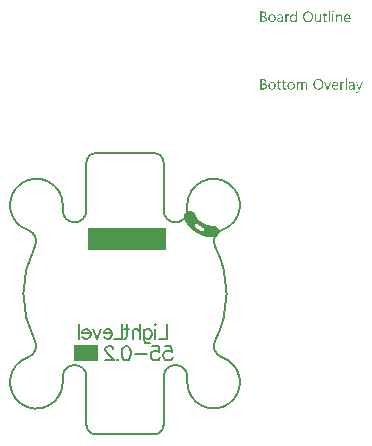
<source format=gbo>
G04*
G04 #@! TF.GenerationSoftware,Altium Limited,Altium Designer,21.8.1 (53)*
G04*
G04 Layer_Color=32896*
%FSAX25Y25*%
%MOIN*%
G70*
G04*
G04 #@! TF.SameCoordinates,72787834-F71D-4475-B617-EFC6544BAEFD*
G04*
G04*
G04 #@! TF.FilePolarity,Positive*
G04*
G01*
G75*
%ADD13C,0.00787*%
%ADD55C,0.00630*%
%ADD56R,0.07874X0.05709*%
%ADD57R,0.26083X0.07283*%
G36*
X0069322Y0120185D02*
X0069346D01*
X0069402Y0120160D01*
X0069433Y0120142D01*
X0069464Y0120117D01*
X0069470Y0120111D01*
X0069476Y0120105D01*
X0069507Y0120068D01*
X0069532Y0120006D01*
X0069538Y0119969D01*
X0069544Y0119931D01*
Y0119925D01*
Y0119913D01*
X0069538Y0119894D01*
X0069532Y0119870D01*
X0069513Y0119808D01*
X0069489Y0119777D01*
X0069464Y0119746D01*
X0069458D01*
X0069451Y0119733D01*
X0069414Y0119709D01*
X0069359Y0119684D01*
X0069322Y0119678D01*
X0069284Y0119671D01*
X0069266D01*
X0069247Y0119678D01*
X0069222D01*
X0069161Y0119702D01*
X0069130Y0119715D01*
X0069099Y0119740D01*
Y0119746D01*
X0069086Y0119752D01*
X0069074Y0119771D01*
X0069062Y0119789D01*
X0069037Y0119851D01*
X0069031Y0119888D01*
X0069024Y0119931D01*
Y0119938D01*
Y0119950D01*
X0069031Y0119969D01*
X0069037Y0120000D01*
X0069055Y0120055D01*
X0069074Y0120086D01*
X0069099Y0120117D01*
X0069105Y0120123D01*
X0069111Y0120130D01*
X0069148Y0120154D01*
X0069210Y0120179D01*
X0069247Y0120192D01*
X0069303D01*
X0069322Y0120185D01*
D02*
G37*
G36*
X0057332Y0116521D02*
X0056929D01*
Y0116942D01*
X0056917D01*
Y0116936D01*
X0056904Y0116923D01*
X0056886Y0116898D01*
X0056867Y0116867D01*
X0056836Y0116830D01*
X0056799Y0116793D01*
X0056756Y0116750D01*
X0056706Y0116707D01*
X0056651Y0116657D01*
X0056582Y0116614D01*
X0056514Y0116577D01*
X0056434Y0116539D01*
X0056353Y0116508D01*
X0056261Y0116484D01*
X0056162Y0116471D01*
X0056056Y0116465D01*
X0056013D01*
X0055976Y0116471D01*
X0055939Y0116478D01*
X0055889Y0116484D01*
X0055784Y0116508D01*
X0055660Y0116546D01*
X0055536Y0116607D01*
X0055468Y0116645D01*
X0055413Y0116688D01*
X0055351Y0116744D01*
X0055295Y0116799D01*
Y0116806D01*
X0055283Y0116818D01*
X0055270Y0116837D01*
X0055252Y0116861D01*
X0055233Y0116892D01*
X0055208Y0116936D01*
X0055184Y0116985D01*
X0055159Y0117041D01*
X0055128Y0117103D01*
X0055103Y0117171D01*
X0055078Y0117245D01*
X0055060Y0117325D01*
X0055041Y0117412D01*
X0055029Y0117511D01*
X0055023Y0117610D01*
X0055016Y0117716D01*
Y0117722D01*
Y0117740D01*
Y0117777D01*
X0055023Y0117821D01*
X0055029Y0117870D01*
X0055035Y0117932D01*
X0055041Y0118000D01*
X0055054Y0118075D01*
X0055091Y0118235D01*
X0055146Y0118403D01*
X0055184Y0118483D01*
X0055227Y0118563D01*
X0055270Y0118638D01*
X0055326Y0118712D01*
X0055332Y0118718D01*
X0055338Y0118731D01*
X0055357Y0118749D01*
X0055382Y0118774D01*
X0055413Y0118799D01*
X0055456Y0118830D01*
X0055499Y0118867D01*
X0055549Y0118904D01*
X0055673Y0118972D01*
X0055815Y0119034D01*
X0055895Y0119053D01*
X0055982Y0119071D01*
X0056069Y0119083D01*
X0056168Y0119090D01*
X0056217D01*
X0056255Y0119083D01*
X0056292Y0119077D01*
X0056341Y0119071D01*
X0056453Y0119040D01*
X0056576Y0118991D01*
X0056638Y0118960D01*
X0056700Y0118916D01*
X0056762Y0118873D01*
X0056818Y0118817D01*
X0056867Y0118755D01*
X0056917Y0118681D01*
X0056929D01*
Y0120241D01*
X0057332D01*
Y0116521D01*
D02*
G37*
G36*
X0071600Y0119083D02*
X0071674Y0119077D01*
X0071767Y0119059D01*
X0071866Y0119028D01*
X0071971Y0118978D01*
X0072076Y0118910D01*
X0072119Y0118873D01*
X0072163Y0118824D01*
X0072175Y0118811D01*
X0072200Y0118774D01*
X0072231Y0118712D01*
X0072274Y0118625D01*
X0072311Y0118520D01*
X0072348Y0118390D01*
X0072373Y0118235D01*
X0072379Y0118056D01*
Y0116521D01*
X0071977D01*
Y0117951D01*
Y0117957D01*
Y0117988D01*
X0071971Y0118025D01*
Y0118075D01*
X0071959Y0118136D01*
X0071946Y0118204D01*
X0071927Y0118279D01*
X0071903Y0118353D01*
X0071872Y0118427D01*
X0071835Y0118495D01*
X0071785Y0118563D01*
X0071729Y0118625D01*
X0071668Y0118675D01*
X0071587Y0118712D01*
X0071500Y0118743D01*
X0071395Y0118749D01*
X0071383D01*
X0071346Y0118743D01*
X0071290Y0118737D01*
X0071222Y0118718D01*
X0071141Y0118693D01*
X0071055Y0118650D01*
X0070974Y0118595D01*
X0070894Y0118520D01*
X0070888Y0118508D01*
X0070863Y0118483D01*
X0070832Y0118433D01*
X0070795Y0118365D01*
X0070758Y0118285D01*
X0070727Y0118186D01*
X0070702Y0118075D01*
X0070696Y0117951D01*
Y0116521D01*
X0070293D01*
Y0119034D01*
X0070696D01*
Y0118613D01*
X0070708D01*
X0070714Y0118619D01*
X0070720Y0118632D01*
X0070739Y0118656D01*
X0070764Y0118687D01*
X0070789Y0118725D01*
X0070826Y0118762D01*
X0070869Y0118805D01*
X0070919Y0118854D01*
X0070974Y0118898D01*
X0071036Y0118941D01*
X0071104Y0118978D01*
X0071179Y0119015D01*
X0071253Y0119046D01*
X0071339Y0119071D01*
X0071432Y0119083D01*
X0071531Y0119090D01*
X0071569D01*
X0071600Y0119083D01*
D02*
G37*
G36*
X0054602Y0119071D02*
X0054676Y0119065D01*
X0054719Y0119053D01*
X0054750Y0119040D01*
Y0118625D01*
X0054744Y0118632D01*
X0054732Y0118638D01*
X0054707Y0118650D01*
X0054676Y0118669D01*
X0054633Y0118681D01*
X0054577Y0118693D01*
X0054515Y0118700D01*
X0054447Y0118706D01*
X0054435D01*
X0054404Y0118700D01*
X0054354Y0118693D01*
X0054298Y0118675D01*
X0054224Y0118644D01*
X0054156Y0118601D01*
X0054082Y0118539D01*
X0054014Y0118458D01*
X0054008Y0118446D01*
X0053989Y0118415D01*
X0053958Y0118359D01*
X0053927Y0118285D01*
X0053896Y0118192D01*
X0053865Y0118075D01*
X0053847Y0117945D01*
X0053840Y0117796D01*
Y0116521D01*
X0053438D01*
Y0119034D01*
X0053840D01*
Y0118514D01*
X0053853D01*
Y0118520D01*
X0053859Y0118526D01*
X0053871Y0118557D01*
X0053890Y0118607D01*
X0053921Y0118669D01*
X0053952Y0118731D01*
X0054001Y0118799D01*
X0054051Y0118867D01*
X0054113Y0118929D01*
X0054119Y0118935D01*
X0054144Y0118954D01*
X0054181Y0118978D01*
X0054230Y0119003D01*
X0054286Y0119028D01*
X0054354Y0119053D01*
X0054428Y0119071D01*
X0054509Y0119077D01*
X0054565D01*
X0054602Y0119071D01*
D02*
G37*
G36*
X0065341Y0116521D02*
X0064939D01*
Y0116917D01*
X0064927D01*
Y0116911D01*
X0064914Y0116898D01*
X0064902Y0116874D01*
X0064877Y0116849D01*
X0064821Y0116775D01*
X0064735Y0116694D01*
X0064685Y0116651D01*
X0064630Y0116607D01*
X0064568Y0116570D01*
X0064493Y0116533D01*
X0064419Y0116508D01*
X0064339Y0116484D01*
X0064246Y0116471D01*
X0064153Y0116465D01*
X0064116D01*
X0064072Y0116471D01*
X0064011Y0116484D01*
X0063942Y0116496D01*
X0063868Y0116521D01*
X0063788Y0116552D01*
X0063707Y0116601D01*
X0063621Y0116657D01*
X0063540Y0116725D01*
X0063466Y0116812D01*
X0063398Y0116917D01*
X0063336Y0117035D01*
X0063292Y0117177D01*
X0063268Y0117344D01*
X0063255Y0117431D01*
Y0117530D01*
Y0119034D01*
X0063652D01*
Y0117592D01*
Y0117586D01*
Y0117561D01*
X0063658Y0117517D01*
X0063664Y0117468D01*
X0063670Y0117406D01*
X0063683Y0117344D01*
X0063701Y0117270D01*
X0063726Y0117195D01*
X0063763Y0117121D01*
X0063800Y0117053D01*
X0063850Y0116985D01*
X0063911Y0116923D01*
X0063980Y0116874D01*
X0064060Y0116837D01*
X0064159Y0116806D01*
X0064264Y0116799D01*
X0064277D01*
X0064314Y0116806D01*
X0064370Y0116812D01*
X0064431Y0116824D01*
X0064512Y0116855D01*
X0064592Y0116892D01*
X0064673Y0116942D01*
X0064747Y0117016D01*
X0064753Y0117028D01*
X0064778Y0117053D01*
X0064809Y0117103D01*
X0064846Y0117171D01*
X0064877Y0117251D01*
X0064908Y0117350D01*
X0064933Y0117462D01*
X0064939Y0117586D01*
Y0119034D01*
X0065341D01*
Y0116521D01*
D02*
G37*
G36*
X0069476D02*
X0069074D01*
Y0119034D01*
X0069476D01*
Y0116521D01*
D02*
G37*
G36*
X0068257D02*
X0067854D01*
Y0120241D01*
X0068257D01*
Y0116521D01*
D02*
G37*
G36*
X0051878Y0119083D02*
X0051934Y0119077D01*
X0052002Y0119059D01*
X0052076Y0119040D01*
X0052157Y0119009D01*
X0052243Y0118972D01*
X0052324Y0118922D01*
X0052404Y0118861D01*
X0052479Y0118786D01*
X0052547Y0118693D01*
X0052602Y0118588D01*
X0052646Y0118465D01*
X0052671Y0118322D01*
X0052683Y0118155D01*
Y0116521D01*
X0052280D01*
Y0116911D01*
X0052268D01*
Y0116905D01*
X0052256Y0116892D01*
X0052243Y0116867D01*
X0052219Y0116843D01*
X0052157Y0116768D01*
X0052076Y0116688D01*
X0051965Y0116607D01*
X0051835Y0116533D01*
X0051754Y0116508D01*
X0051674Y0116484D01*
X0051587Y0116471D01*
X0051494Y0116465D01*
X0051457D01*
X0051432Y0116471D01*
X0051364Y0116478D01*
X0051284Y0116490D01*
X0051185Y0116515D01*
X0051092Y0116546D01*
X0050993Y0116595D01*
X0050906Y0116657D01*
X0050900Y0116669D01*
X0050875Y0116694D01*
X0050838Y0116737D01*
X0050801Y0116799D01*
X0050764Y0116874D01*
X0050727Y0116960D01*
X0050702Y0117066D01*
X0050696Y0117183D01*
Y0117189D01*
Y0117214D01*
X0050702Y0117251D01*
X0050708Y0117295D01*
X0050721Y0117350D01*
X0050739Y0117412D01*
X0050764Y0117480D01*
X0050801Y0117548D01*
X0050844Y0117623D01*
X0050900Y0117697D01*
X0050968Y0117765D01*
X0051049Y0117827D01*
X0051142Y0117889D01*
X0051253Y0117938D01*
X0051377Y0117975D01*
X0051525Y0118006D01*
X0052280Y0118112D01*
Y0118118D01*
Y0118136D01*
X0052274Y0118174D01*
Y0118211D01*
X0052262Y0118260D01*
X0052256Y0118316D01*
X0052219Y0118433D01*
X0052188Y0118489D01*
X0052157Y0118545D01*
X0052113Y0118601D01*
X0052064Y0118650D01*
X0052002Y0118693D01*
X0051934Y0118725D01*
X0051853Y0118743D01*
X0051761Y0118749D01*
X0051717D01*
X0051686Y0118743D01*
X0051643D01*
X0051600Y0118731D01*
X0051488Y0118712D01*
X0051364Y0118675D01*
X0051228Y0118619D01*
X0051154Y0118582D01*
X0051086Y0118545D01*
X0051012Y0118495D01*
X0050943Y0118440D01*
Y0118854D01*
X0050950D01*
X0050962Y0118867D01*
X0050981Y0118879D01*
X0051012Y0118892D01*
X0051042Y0118910D01*
X0051086Y0118929D01*
X0051135Y0118947D01*
X0051191Y0118972D01*
X0051315Y0119015D01*
X0051463Y0119053D01*
X0051624Y0119077D01*
X0051798Y0119090D01*
X0051835D01*
X0051878Y0119083D01*
D02*
G37*
G36*
X0046189Y0120030D02*
X0046233D01*
X0046276Y0120024D01*
X0046375Y0120012D01*
X0046493Y0119981D01*
X0046617Y0119944D01*
X0046734Y0119888D01*
X0046839Y0119814D01*
X0046846D01*
X0046852Y0119801D01*
X0046883Y0119777D01*
X0046926Y0119727D01*
X0046976Y0119659D01*
X0047019Y0119572D01*
X0047062Y0119473D01*
X0047093Y0119362D01*
X0047106Y0119300D01*
Y0119232D01*
Y0119226D01*
Y0119220D01*
Y0119183D01*
X0047100Y0119127D01*
X0047087Y0119059D01*
X0047069Y0118972D01*
X0047038Y0118885D01*
X0047000Y0118799D01*
X0046945Y0118712D01*
X0046938Y0118700D01*
X0046914Y0118675D01*
X0046877Y0118638D01*
X0046827Y0118588D01*
X0046765Y0118539D01*
X0046691Y0118483D01*
X0046598Y0118440D01*
X0046499Y0118396D01*
Y0118390D01*
X0046518D01*
X0046536Y0118384D01*
X0046555Y0118378D01*
X0046623Y0118365D01*
X0046703Y0118341D01*
X0046790Y0118304D01*
X0046883Y0118260D01*
X0046976Y0118198D01*
X0047062Y0118118D01*
X0047075Y0118105D01*
X0047100Y0118075D01*
X0047130Y0118031D01*
X0047174Y0117963D01*
X0047211Y0117876D01*
X0047248Y0117777D01*
X0047273Y0117660D01*
X0047279Y0117530D01*
Y0117524D01*
Y0117511D01*
Y0117486D01*
X0047273Y0117455D01*
X0047267Y0117418D01*
X0047260Y0117375D01*
X0047236Y0117270D01*
X0047199Y0117152D01*
X0047143Y0117028D01*
X0047106Y0116973D01*
X0047062Y0116911D01*
X0047007Y0116855D01*
X0046951Y0116799D01*
X0046945D01*
X0046938Y0116787D01*
X0046920Y0116775D01*
X0046895Y0116756D01*
X0046864Y0116737D01*
X0046821Y0116713D01*
X0046728Y0116663D01*
X0046610Y0116607D01*
X0046474Y0116564D01*
X0046313Y0116533D01*
X0046233Y0116527D01*
X0046140Y0116521D01*
X0045112D01*
Y0120037D01*
X0046159D01*
X0046189Y0120030D01*
D02*
G37*
G36*
X0066685Y0119034D02*
X0067322D01*
Y0118687D01*
X0066685D01*
Y0117270D01*
Y0117257D01*
Y0117227D01*
X0066691Y0117183D01*
X0066697Y0117127D01*
X0066722Y0117010D01*
X0066740Y0116954D01*
X0066771Y0116911D01*
X0066777Y0116905D01*
X0066790Y0116892D01*
X0066808Y0116880D01*
X0066839Y0116861D01*
X0066877Y0116837D01*
X0066926Y0116824D01*
X0066988Y0116812D01*
X0067056Y0116806D01*
X0067081D01*
X0067112Y0116812D01*
X0067149Y0116818D01*
X0067235Y0116843D01*
X0067279Y0116861D01*
X0067322Y0116886D01*
Y0116539D01*
X0067316D01*
X0067297Y0116527D01*
X0067266Y0116521D01*
X0067223Y0116508D01*
X0067167Y0116496D01*
X0067106Y0116484D01*
X0067031Y0116478D01*
X0066945Y0116471D01*
X0066914D01*
X0066883Y0116478D01*
X0066839Y0116484D01*
X0066790Y0116496D01*
X0066734Y0116508D01*
X0066678Y0116533D01*
X0066616Y0116564D01*
X0066555Y0116601D01*
X0066493Y0116651D01*
X0066437Y0116707D01*
X0066387Y0116781D01*
X0066344Y0116861D01*
X0066313Y0116960D01*
X0066289Y0117072D01*
X0066282Y0117202D01*
Y0118687D01*
X0065855D01*
Y0119034D01*
X0066282D01*
Y0119647D01*
X0066685Y0119777D01*
Y0119034D01*
D02*
G37*
G36*
X0074212Y0119083D02*
X0074255Y0119077D01*
X0074298Y0119071D01*
X0074410Y0119053D01*
X0074533Y0119009D01*
X0074657Y0118954D01*
X0074719Y0118916D01*
X0074781Y0118873D01*
X0074837Y0118824D01*
X0074893Y0118768D01*
X0074899Y0118762D01*
X0074905Y0118755D01*
X0074917Y0118737D01*
X0074936Y0118712D01*
X0074954Y0118675D01*
X0074979Y0118638D01*
X0075004Y0118595D01*
X0075029Y0118539D01*
X0075054Y0118477D01*
X0075078Y0118415D01*
X0075103Y0118341D01*
X0075122Y0118260D01*
X0075140Y0118174D01*
X0075152Y0118087D01*
X0075165Y0117988D01*
Y0117883D01*
Y0117672D01*
X0073388D01*
Y0117666D01*
Y0117654D01*
Y0117635D01*
X0073395Y0117604D01*
X0073401Y0117567D01*
Y0117530D01*
X0073419Y0117431D01*
X0073450Y0117332D01*
X0073487Y0117220D01*
X0073543Y0117115D01*
X0073611Y0117022D01*
X0073624Y0117010D01*
X0073648Y0116985D01*
X0073698Y0116954D01*
X0073766Y0116911D01*
X0073853Y0116867D01*
X0073952Y0116837D01*
X0074069Y0116812D01*
X0074205Y0116799D01*
X0074249D01*
X0074280Y0116806D01*
X0074317D01*
X0074360Y0116812D01*
X0074465Y0116837D01*
X0074583Y0116867D01*
X0074713Y0116917D01*
X0074849Y0116985D01*
X0074917Y0117028D01*
X0074985Y0117078D01*
Y0116700D01*
X0074979D01*
X0074973Y0116688D01*
X0074954Y0116682D01*
X0074923Y0116663D01*
X0074893Y0116645D01*
X0074855Y0116626D01*
X0074806Y0116607D01*
X0074756Y0116583D01*
X0074695Y0116558D01*
X0074626Y0116539D01*
X0074478Y0116502D01*
X0074304Y0116478D01*
X0074113Y0116465D01*
X0074063D01*
X0074026Y0116471D01*
X0073983Y0116478D01*
X0073927Y0116484D01*
X0073809Y0116508D01*
X0073673Y0116546D01*
X0073537Y0116607D01*
X0073469Y0116651D01*
X0073401Y0116694D01*
X0073339Y0116744D01*
X0073277Y0116806D01*
X0073271Y0116812D01*
X0073265Y0116824D01*
X0073252Y0116843D01*
X0073227Y0116867D01*
X0073209Y0116905D01*
X0073184Y0116948D01*
X0073153Y0116997D01*
X0073128Y0117053D01*
X0073097Y0117115D01*
X0073073Y0117189D01*
X0073042Y0117270D01*
X0073023Y0117357D01*
X0073005Y0117449D01*
X0072986Y0117548D01*
X0072980Y0117654D01*
X0072974Y0117765D01*
Y0117771D01*
Y0117790D01*
Y0117821D01*
X0072980Y0117864D01*
X0072986Y0117914D01*
X0072992Y0117969D01*
X0072998Y0118037D01*
X0073017Y0118105D01*
X0073054Y0118254D01*
X0073110Y0118415D01*
X0073147Y0118495D01*
X0073197Y0118570D01*
X0073246Y0118650D01*
X0073302Y0118718D01*
X0073308Y0118725D01*
X0073320Y0118737D01*
X0073339Y0118755D01*
X0073364Y0118774D01*
X0073395Y0118805D01*
X0073432Y0118836D01*
X0073481Y0118867D01*
X0073531Y0118904D01*
X0073648Y0118972D01*
X0073791Y0119034D01*
X0073871Y0119053D01*
X0073952Y0119071D01*
X0074038Y0119083D01*
X0074131Y0119090D01*
X0074181D01*
X0074212Y0119083D01*
D02*
G37*
G36*
X0061169Y0120092D02*
X0061231Y0120086D01*
X0061305Y0120074D01*
X0061386Y0120055D01*
X0061473Y0120037D01*
X0061559Y0120012D01*
X0061658Y0119981D01*
X0061751Y0119938D01*
X0061850Y0119888D01*
X0061949Y0119833D01*
X0062042Y0119764D01*
X0062135Y0119690D01*
X0062222Y0119603D01*
X0062228Y0119597D01*
X0062240Y0119579D01*
X0062265Y0119554D01*
X0062290Y0119517D01*
X0062327Y0119467D01*
X0062364Y0119405D01*
X0062401Y0119337D01*
X0062445Y0119263D01*
X0062488Y0119170D01*
X0062525Y0119077D01*
X0062562Y0118972D01*
X0062599Y0118854D01*
X0062624Y0118737D01*
X0062649Y0118607D01*
X0062661Y0118465D01*
X0062667Y0118322D01*
Y0118310D01*
Y0118285D01*
Y0118242D01*
X0062661Y0118180D01*
X0062655Y0118105D01*
X0062643Y0118025D01*
X0062630Y0117932D01*
X0062612Y0117827D01*
X0062587Y0117722D01*
X0062556Y0117610D01*
X0062519Y0117499D01*
X0062475Y0117387D01*
X0062420Y0117270D01*
X0062358Y0117165D01*
X0062290Y0117059D01*
X0062209Y0116960D01*
X0062203Y0116954D01*
X0062191Y0116942D01*
X0062160Y0116917D01*
X0062129Y0116886D01*
X0062079Y0116843D01*
X0062024Y0116806D01*
X0061962Y0116756D01*
X0061887Y0116713D01*
X0061807Y0116669D01*
X0061714Y0116620D01*
X0061615Y0116583D01*
X0061504Y0116546D01*
X0061386Y0116508D01*
X0061262Y0116484D01*
X0061132Y0116471D01*
X0060990Y0116465D01*
X0060959D01*
X0060915Y0116471D01*
X0060866D01*
X0060804Y0116478D01*
X0060730Y0116490D01*
X0060649Y0116508D01*
X0060557Y0116527D01*
X0060464Y0116552D01*
X0060365Y0116583D01*
X0060266Y0116626D01*
X0060167Y0116669D01*
X0060067Y0116725D01*
X0059969Y0116793D01*
X0059876Y0116867D01*
X0059789Y0116954D01*
X0059783Y0116960D01*
X0059770Y0116979D01*
X0059746Y0117004D01*
X0059721Y0117041D01*
X0059684Y0117090D01*
X0059647Y0117152D01*
X0059609Y0117220D01*
X0059566Y0117301D01*
X0059523Y0117387D01*
X0059486Y0117480D01*
X0059448Y0117586D01*
X0059411Y0117703D01*
X0059387Y0117821D01*
X0059362Y0117951D01*
X0059350Y0118093D01*
X0059343Y0118235D01*
Y0118248D01*
Y0118273D01*
X0059350Y0118316D01*
Y0118378D01*
X0059356Y0118446D01*
X0059368Y0118533D01*
X0059380Y0118625D01*
X0059399Y0118725D01*
X0059424Y0118830D01*
X0059455Y0118941D01*
X0059492Y0119053D01*
X0059535Y0119164D01*
X0059591Y0119275D01*
X0059653Y0119387D01*
X0059721Y0119492D01*
X0059801Y0119591D01*
X0059807Y0119597D01*
X0059820Y0119616D01*
X0059851Y0119641D01*
X0059888Y0119671D01*
X0059931Y0119709D01*
X0059987Y0119752D01*
X0060055Y0119795D01*
X0060129Y0119845D01*
X0060216Y0119894D01*
X0060309Y0119938D01*
X0060408Y0119981D01*
X0060519Y0120018D01*
X0060643Y0120049D01*
X0060773Y0120080D01*
X0060909Y0120092D01*
X0061052Y0120099D01*
X0061120D01*
X0061169Y0120092D01*
D02*
G37*
G36*
X0049142Y0119083D02*
X0049185Y0119077D01*
X0049241Y0119071D01*
X0049365Y0119046D01*
X0049507Y0119003D01*
X0049650Y0118941D01*
X0049724Y0118904D01*
X0049792Y0118861D01*
X0049860Y0118805D01*
X0049922Y0118743D01*
X0049928Y0118737D01*
X0049935Y0118725D01*
X0049953Y0118706D01*
X0049972Y0118681D01*
X0049996Y0118644D01*
X0050021Y0118601D01*
X0050052Y0118551D01*
X0050083Y0118495D01*
X0050108Y0118427D01*
X0050139Y0118359D01*
X0050164Y0118279D01*
X0050188Y0118192D01*
X0050207Y0118099D01*
X0050225Y0118000D01*
X0050232Y0117895D01*
X0050238Y0117784D01*
Y0117777D01*
Y0117759D01*
Y0117728D01*
X0050232Y0117684D01*
X0050225Y0117635D01*
X0050219Y0117573D01*
X0050207Y0117511D01*
X0050195Y0117437D01*
X0050157Y0117288D01*
X0050095Y0117127D01*
X0050058Y0117047D01*
X0050009Y0116966D01*
X0049959Y0116892D01*
X0049897Y0116824D01*
X0049891Y0116818D01*
X0049879Y0116812D01*
X0049860Y0116793D01*
X0049835Y0116768D01*
X0049798Y0116744D01*
X0049761Y0116713D01*
X0049712Y0116676D01*
X0049656Y0116645D01*
X0049594Y0116614D01*
X0049526Y0116577D01*
X0049452Y0116546D01*
X0049371Y0116521D01*
X0049284Y0116496D01*
X0049192Y0116484D01*
X0049093Y0116471D01*
X0048987Y0116465D01*
X0048932D01*
X0048895Y0116471D01*
X0048851Y0116478D01*
X0048796Y0116484D01*
X0048734Y0116496D01*
X0048665Y0116508D01*
X0048523Y0116552D01*
X0048375Y0116614D01*
X0048300Y0116651D01*
X0048232Y0116700D01*
X0048164Y0116750D01*
X0048096Y0116812D01*
X0048090Y0116818D01*
X0048084Y0116830D01*
X0048065Y0116849D01*
X0048046Y0116874D01*
X0048022Y0116911D01*
X0047991Y0116954D01*
X0047960Y0117004D01*
X0047935Y0117059D01*
X0047904Y0117127D01*
X0047873Y0117195D01*
X0047842Y0117270D01*
X0047818Y0117357D01*
X0047780Y0117542D01*
X0047774Y0117641D01*
X0047768Y0117746D01*
Y0117753D01*
Y0117777D01*
Y0117808D01*
X0047774Y0117852D01*
X0047780Y0117901D01*
X0047787Y0117963D01*
X0047799Y0118031D01*
X0047811Y0118105D01*
X0047848Y0118266D01*
X0047910Y0118427D01*
X0047954Y0118508D01*
X0047997Y0118588D01*
X0048046Y0118663D01*
X0048108Y0118731D01*
X0048115Y0118737D01*
X0048127Y0118749D01*
X0048146Y0118762D01*
X0048170Y0118786D01*
X0048208Y0118811D01*
X0048251Y0118842D01*
X0048300Y0118879D01*
X0048356Y0118910D01*
X0048418Y0118941D01*
X0048492Y0118978D01*
X0048566Y0119009D01*
X0048653Y0119034D01*
X0048740Y0119059D01*
X0048839Y0119077D01*
X0048944Y0119083D01*
X0049049Y0119090D01*
X0049105D01*
X0049142Y0119083D01*
D02*
G37*
G36*
X0060049Y0096588D02*
X0060105Y0096576D01*
X0060167Y0096563D01*
X0060235Y0096539D01*
X0060315Y0096508D01*
X0060389Y0096464D01*
X0060470Y0096415D01*
X0060544Y0096347D01*
X0060612Y0096260D01*
X0060674Y0096161D01*
X0060730Y0096049D01*
X0060767Y0095907D01*
X0060798Y0095752D01*
X0060804Y0095573D01*
Y0094025D01*
X0060402D01*
Y0095468D01*
Y0095474D01*
Y0095486D01*
Y0095505D01*
Y0095536D01*
X0060396Y0095610D01*
X0060383Y0095697D01*
X0060371Y0095796D01*
X0060346Y0095895D01*
X0060315Y0095988D01*
X0060272Y0096068D01*
X0060266Y0096074D01*
X0060247Y0096099D01*
X0060216Y0096130D01*
X0060167Y0096161D01*
X0060111Y0096198D01*
X0060036Y0096223D01*
X0059944Y0096248D01*
X0059838Y0096254D01*
X0059826D01*
X0059795Y0096248D01*
X0059746Y0096241D01*
X0059684Y0096223D01*
X0059616Y0096198D01*
X0059541Y0096155D01*
X0059467Y0096099D01*
X0059399Y0096018D01*
X0059393Y0096006D01*
X0059374Y0095975D01*
X0059343Y0095926D01*
X0059312Y0095858D01*
X0059275Y0095777D01*
X0059250Y0095684D01*
X0059226Y0095573D01*
X0059219Y0095455D01*
Y0094025D01*
X0058817D01*
Y0095517D01*
Y0095523D01*
Y0095548D01*
X0058811Y0095585D01*
Y0095635D01*
X0058799Y0095690D01*
X0058786Y0095752D01*
X0058768Y0095814D01*
X0058749Y0095889D01*
X0058718Y0095957D01*
X0058681Y0096018D01*
X0058631Y0096080D01*
X0058576Y0096136D01*
X0058514Y0096186D01*
X0058433Y0096223D01*
X0058347Y0096248D01*
X0058248Y0096254D01*
X0058235D01*
X0058204Y0096248D01*
X0058155Y0096241D01*
X0058093Y0096229D01*
X0058025Y0096198D01*
X0057951Y0096161D01*
X0057876Y0096105D01*
X0057808Y0096031D01*
X0057802Y0096018D01*
X0057783Y0095994D01*
X0057752Y0095944D01*
X0057722Y0095876D01*
X0057691Y0095796D01*
X0057660Y0095697D01*
X0057641Y0095585D01*
X0057635Y0095455D01*
Y0094025D01*
X0057232D01*
Y0096539D01*
X0057635D01*
Y0096136D01*
X0057647D01*
X0057653Y0096142D01*
X0057660Y0096155D01*
X0057678Y0096179D01*
X0057697Y0096210D01*
X0057759Y0096279D01*
X0057845Y0096365D01*
X0057957Y0096452D01*
X0058087Y0096520D01*
X0058167Y0096551D01*
X0058248Y0096576D01*
X0058334Y0096588D01*
X0058427Y0096594D01*
X0058470D01*
X0058520Y0096588D01*
X0058582Y0096576D01*
X0058650Y0096557D01*
X0058724Y0096532D01*
X0058799Y0096501D01*
X0058873Y0096452D01*
X0058879Y0096446D01*
X0058904Y0096427D01*
X0058935Y0096396D01*
X0058978Y0096353D01*
X0059021Y0096297D01*
X0059065Y0096235D01*
X0059108Y0096161D01*
X0059139Y0096074D01*
X0059145Y0096080D01*
X0059151Y0096099D01*
X0059170Y0096124D01*
X0059188Y0096155D01*
X0059219Y0096198D01*
X0059257Y0096241D01*
X0059300Y0096285D01*
X0059350Y0096334D01*
X0059405Y0096384D01*
X0059467Y0096427D01*
X0059535Y0096477D01*
X0059609Y0096514D01*
X0059690Y0096545D01*
X0059777Y0096569D01*
X0059876Y0096588D01*
X0059975Y0096594D01*
X0060012D01*
X0060049Y0096588D01*
D02*
G37*
G36*
X0072924Y0096576D02*
X0072998Y0096569D01*
X0073042Y0096557D01*
X0073073Y0096545D01*
Y0096130D01*
X0073067Y0096136D01*
X0073054Y0096142D01*
X0073029Y0096155D01*
X0072998Y0096173D01*
X0072955Y0096186D01*
X0072899Y0096198D01*
X0072838Y0096204D01*
X0072769Y0096210D01*
X0072757D01*
X0072726Y0096204D01*
X0072676Y0096198D01*
X0072621Y0096179D01*
X0072546Y0096149D01*
X0072478Y0096105D01*
X0072404Y0096043D01*
X0072336Y0095963D01*
X0072330Y0095950D01*
X0072311Y0095920D01*
X0072280Y0095864D01*
X0072249Y0095789D01*
X0072219Y0095697D01*
X0072188Y0095579D01*
X0072169Y0095449D01*
X0072163Y0095301D01*
Y0094025D01*
X0071760D01*
Y0096539D01*
X0072163D01*
Y0096018D01*
X0072175D01*
Y0096025D01*
X0072181Y0096031D01*
X0072194Y0096062D01*
X0072212Y0096111D01*
X0072243Y0096173D01*
X0072274Y0096235D01*
X0072324Y0096303D01*
X0072373Y0096371D01*
X0072435Y0096433D01*
X0072441Y0096439D01*
X0072466Y0096458D01*
X0072503Y0096483D01*
X0072553Y0096508D01*
X0072608Y0096532D01*
X0072676Y0096557D01*
X0072751Y0096576D01*
X0072831Y0096582D01*
X0072887D01*
X0072924Y0096576D01*
D02*
G37*
G36*
X0078130Y0093623D02*
X0078124Y0093617D01*
X0078118Y0093592D01*
X0078099Y0093549D01*
X0078074Y0093499D01*
X0078043Y0093444D01*
X0078000Y0093375D01*
X0077957Y0093307D01*
X0077907Y0093233D01*
X0077845Y0093159D01*
X0077783Y0093091D01*
X0077709Y0093023D01*
X0077628Y0092967D01*
X0077548Y0092917D01*
X0077455Y0092874D01*
X0077362Y0092849D01*
X0077257Y0092843D01*
X0077201D01*
X0077164Y0092849D01*
X0077084Y0092862D01*
X0076997Y0092880D01*
Y0093239D01*
X0077003D01*
X0077022Y0093233D01*
X0077047Y0093227D01*
X0077078Y0093221D01*
X0077152Y0093202D01*
X0077232Y0093196D01*
X0077245D01*
X0077282Y0093202D01*
X0077338Y0093214D01*
X0077406Y0093239D01*
X0077480Y0093283D01*
X0077517Y0093313D01*
X0077554Y0093351D01*
X0077591Y0093388D01*
X0077628Y0093437D01*
X0077659Y0093493D01*
X0077690Y0093555D01*
X0077895Y0094025D01*
X0076911Y0096539D01*
X0077356D01*
X0078037Y0094601D01*
Y0094595D01*
X0078043Y0094582D01*
X0078049Y0094564D01*
X0078056Y0094539D01*
X0078062Y0094502D01*
X0078074Y0094465D01*
X0078087Y0094409D01*
X0078105D01*
Y0094421D01*
X0078118Y0094459D01*
X0078130Y0094514D01*
X0078155Y0094595D01*
X0078866Y0096539D01*
X0079281D01*
X0078130Y0093623D01*
D02*
G37*
G36*
X0067700Y0094025D02*
X0067304D01*
X0066350Y0096539D01*
X0066790D01*
X0067434Y0094712D01*
X0067440Y0094706D01*
X0067446Y0094682D01*
X0067458Y0094638D01*
X0067471Y0094595D01*
X0067483Y0094539D01*
X0067502Y0094477D01*
X0067520Y0094360D01*
X0067526D01*
Y0094366D01*
X0067533Y0094390D01*
X0067539Y0094428D01*
X0067545Y0094471D01*
X0067557Y0094527D01*
X0067570Y0094582D01*
X0067607Y0094700D01*
X0068275Y0096539D01*
X0068696D01*
X0067700Y0094025D01*
D02*
G37*
G36*
X0075722Y0096588D02*
X0075778Y0096582D01*
X0075846Y0096563D01*
X0075920Y0096545D01*
X0076001Y0096514D01*
X0076087Y0096477D01*
X0076168Y0096427D01*
X0076248Y0096365D01*
X0076322Y0096291D01*
X0076390Y0096198D01*
X0076446Y0096093D01*
X0076490Y0095969D01*
X0076514Y0095827D01*
X0076527Y0095660D01*
Y0094025D01*
X0076124D01*
Y0094415D01*
X0076112D01*
Y0094409D01*
X0076100Y0094397D01*
X0076087Y0094372D01*
X0076063Y0094347D01*
X0076001Y0094273D01*
X0075920Y0094192D01*
X0075809Y0094112D01*
X0075679Y0094038D01*
X0075598Y0094013D01*
X0075518Y0093988D01*
X0075431Y0093976D01*
X0075338Y0093970D01*
X0075301D01*
X0075276Y0093976D01*
X0075208Y0093982D01*
X0075128Y0093994D01*
X0075029Y0094019D01*
X0074936Y0094050D01*
X0074837Y0094100D01*
X0074750Y0094161D01*
X0074744Y0094174D01*
X0074719Y0094199D01*
X0074682Y0094242D01*
X0074645Y0094304D01*
X0074608Y0094378D01*
X0074571Y0094465D01*
X0074546Y0094570D01*
X0074540Y0094688D01*
Y0094694D01*
Y0094719D01*
X0074546Y0094756D01*
X0074552Y0094799D01*
X0074564Y0094855D01*
X0074583Y0094917D01*
X0074608Y0094985D01*
X0074645Y0095053D01*
X0074688Y0095127D01*
X0074744Y0095201D01*
X0074812Y0095270D01*
X0074893Y0095331D01*
X0074985Y0095393D01*
X0075097Y0095443D01*
X0075221Y0095480D01*
X0075369Y0095511D01*
X0076124Y0095616D01*
Y0095622D01*
Y0095641D01*
X0076118Y0095678D01*
Y0095715D01*
X0076106Y0095765D01*
X0076100Y0095820D01*
X0076063Y0095938D01*
X0076032Y0095994D01*
X0076001Y0096049D01*
X0075957Y0096105D01*
X0075908Y0096155D01*
X0075846Y0096198D01*
X0075778Y0096229D01*
X0075697Y0096248D01*
X0075604Y0096254D01*
X0075561D01*
X0075530Y0096248D01*
X0075487D01*
X0075444Y0096235D01*
X0075332Y0096217D01*
X0075208Y0096179D01*
X0075072Y0096124D01*
X0074998Y0096087D01*
X0074930Y0096049D01*
X0074855Y0096000D01*
X0074787Y0095944D01*
Y0096359D01*
X0074793D01*
X0074806Y0096371D01*
X0074825Y0096384D01*
X0074855Y0096396D01*
X0074886Y0096415D01*
X0074930Y0096433D01*
X0074979Y0096452D01*
X0075035Y0096477D01*
X0075159Y0096520D01*
X0075307Y0096557D01*
X0075468Y0096582D01*
X0075642Y0096594D01*
X0075679D01*
X0075722Y0096588D01*
D02*
G37*
G36*
X0073908Y0094025D02*
X0073506D01*
Y0097746D01*
X0073908D01*
Y0094025D01*
D02*
G37*
G36*
X0046189Y0097535D02*
X0046233D01*
X0046276Y0097529D01*
X0046375Y0097517D01*
X0046493Y0097486D01*
X0046617Y0097448D01*
X0046734Y0097393D01*
X0046839Y0097318D01*
X0046846D01*
X0046852Y0097306D01*
X0046883Y0097281D01*
X0046926Y0097232D01*
X0046976Y0097164D01*
X0047019Y0097077D01*
X0047062Y0096978D01*
X0047093Y0096867D01*
X0047106Y0096805D01*
Y0096737D01*
Y0096730D01*
Y0096724D01*
Y0096687D01*
X0047100Y0096631D01*
X0047087Y0096563D01*
X0047069Y0096477D01*
X0047038Y0096390D01*
X0047000Y0096303D01*
X0046945Y0096217D01*
X0046938Y0096204D01*
X0046914Y0096179D01*
X0046877Y0096142D01*
X0046827Y0096093D01*
X0046765Y0096043D01*
X0046691Y0095988D01*
X0046598Y0095944D01*
X0046499Y0095901D01*
Y0095895D01*
X0046518D01*
X0046536Y0095889D01*
X0046555Y0095882D01*
X0046623Y0095870D01*
X0046703Y0095845D01*
X0046790Y0095808D01*
X0046883Y0095765D01*
X0046976Y0095703D01*
X0047062Y0095622D01*
X0047075Y0095610D01*
X0047100Y0095579D01*
X0047130Y0095536D01*
X0047174Y0095468D01*
X0047211Y0095381D01*
X0047248Y0095282D01*
X0047273Y0095164D01*
X0047279Y0095034D01*
Y0095028D01*
Y0095016D01*
Y0094991D01*
X0047273Y0094960D01*
X0047267Y0094923D01*
X0047260Y0094880D01*
X0047236Y0094774D01*
X0047199Y0094657D01*
X0047143Y0094533D01*
X0047106Y0094477D01*
X0047062Y0094415D01*
X0047007Y0094360D01*
X0046951Y0094304D01*
X0046945D01*
X0046938Y0094292D01*
X0046920Y0094279D01*
X0046895Y0094261D01*
X0046864Y0094242D01*
X0046821Y0094217D01*
X0046728Y0094168D01*
X0046610Y0094112D01*
X0046474Y0094069D01*
X0046313Y0094038D01*
X0046233Y0094032D01*
X0046140Y0094025D01*
X0045112D01*
Y0097541D01*
X0046159D01*
X0046189Y0097535D01*
D02*
G37*
G36*
X0053116Y0096539D02*
X0053754D01*
Y0096192D01*
X0053116D01*
Y0094774D01*
Y0094762D01*
Y0094731D01*
X0053122Y0094688D01*
X0053128Y0094632D01*
X0053153Y0094514D01*
X0053172Y0094459D01*
X0053203Y0094415D01*
X0053209Y0094409D01*
X0053221Y0094397D01*
X0053240Y0094384D01*
X0053271Y0094366D01*
X0053308Y0094341D01*
X0053357Y0094329D01*
X0053419Y0094316D01*
X0053487Y0094310D01*
X0053512D01*
X0053543Y0094316D01*
X0053580Y0094323D01*
X0053667Y0094347D01*
X0053710Y0094366D01*
X0053754Y0094390D01*
Y0094044D01*
X0053747D01*
X0053729Y0094032D01*
X0053698Y0094025D01*
X0053655Y0094013D01*
X0053599Y0094001D01*
X0053537Y0093988D01*
X0053463Y0093982D01*
X0053376Y0093976D01*
X0053345D01*
X0053314Y0093982D01*
X0053271Y0093988D01*
X0053221Y0094001D01*
X0053166Y0094013D01*
X0053110Y0094038D01*
X0053048Y0094069D01*
X0052986Y0094106D01*
X0052924Y0094155D01*
X0052868Y0094211D01*
X0052819Y0094285D01*
X0052776Y0094366D01*
X0052745Y0094465D01*
X0052720Y0094576D01*
X0052714Y0094706D01*
Y0096192D01*
X0052287D01*
Y0096539D01*
X0052714D01*
Y0097151D01*
X0053116Y0097281D01*
Y0096539D01*
D02*
G37*
G36*
X0051414D02*
X0052051D01*
Y0096192D01*
X0051414D01*
Y0094774D01*
Y0094762D01*
Y0094731D01*
X0051420Y0094688D01*
X0051426Y0094632D01*
X0051451Y0094514D01*
X0051470Y0094459D01*
X0051500Y0094415D01*
X0051507Y0094409D01*
X0051519Y0094397D01*
X0051538Y0094384D01*
X0051569Y0094366D01*
X0051606Y0094341D01*
X0051655Y0094329D01*
X0051717Y0094316D01*
X0051785Y0094310D01*
X0051810D01*
X0051841Y0094316D01*
X0051878Y0094323D01*
X0051965Y0094347D01*
X0052008Y0094366D01*
X0052051Y0094390D01*
Y0094044D01*
X0052045D01*
X0052027Y0094032D01*
X0051996Y0094025D01*
X0051952Y0094013D01*
X0051897Y0094001D01*
X0051835Y0093988D01*
X0051761Y0093982D01*
X0051674Y0093976D01*
X0051643D01*
X0051612Y0093982D01*
X0051569Y0093988D01*
X0051519Y0094001D01*
X0051463Y0094013D01*
X0051408Y0094038D01*
X0051346Y0094069D01*
X0051284Y0094106D01*
X0051222Y0094155D01*
X0051166Y0094211D01*
X0051117Y0094285D01*
X0051073Y0094366D01*
X0051042Y0094465D01*
X0051018Y0094576D01*
X0051012Y0094706D01*
Y0096192D01*
X0050584D01*
Y0096539D01*
X0051012D01*
Y0097151D01*
X0051414Y0097281D01*
Y0096539D01*
D02*
G37*
G36*
X0070201Y0096588D02*
X0070244Y0096582D01*
X0070287Y0096576D01*
X0070399Y0096557D01*
X0070522Y0096514D01*
X0070646Y0096458D01*
X0070708Y0096421D01*
X0070770Y0096377D01*
X0070826Y0096328D01*
X0070881Y0096272D01*
X0070888Y0096266D01*
X0070894Y0096260D01*
X0070906Y0096241D01*
X0070925Y0096217D01*
X0070943Y0096179D01*
X0070968Y0096142D01*
X0070993Y0096099D01*
X0071018Y0096043D01*
X0071042Y0095981D01*
X0071067Y0095920D01*
X0071092Y0095845D01*
X0071110Y0095765D01*
X0071129Y0095678D01*
X0071141Y0095591D01*
X0071154Y0095492D01*
Y0095387D01*
Y0095177D01*
X0069377D01*
Y0095170D01*
Y0095158D01*
Y0095139D01*
X0069384Y0095109D01*
X0069390Y0095072D01*
Y0095034D01*
X0069408Y0094935D01*
X0069439Y0094836D01*
X0069476Y0094725D01*
X0069532Y0094620D01*
X0069600Y0094527D01*
X0069612Y0094514D01*
X0069637Y0094490D01*
X0069687Y0094459D01*
X0069755Y0094415D01*
X0069841Y0094372D01*
X0069941Y0094341D01*
X0070058Y0094316D01*
X0070194Y0094304D01*
X0070238D01*
X0070269Y0094310D01*
X0070306D01*
X0070349Y0094316D01*
X0070454Y0094341D01*
X0070572Y0094372D01*
X0070702Y0094421D01*
X0070838Y0094490D01*
X0070906Y0094533D01*
X0070974Y0094582D01*
Y0094205D01*
X0070968D01*
X0070962Y0094192D01*
X0070943Y0094186D01*
X0070912Y0094168D01*
X0070881Y0094149D01*
X0070844Y0094131D01*
X0070795Y0094112D01*
X0070745Y0094087D01*
X0070683Y0094063D01*
X0070615Y0094044D01*
X0070467Y0094007D01*
X0070293Y0093982D01*
X0070101Y0093970D01*
X0070052D01*
X0070015Y0093976D01*
X0069972Y0093982D01*
X0069916Y0093988D01*
X0069798Y0094013D01*
X0069662Y0094050D01*
X0069526Y0094112D01*
X0069458Y0094155D01*
X0069390Y0094199D01*
X0069328Y0094248D01*
X0069266Y0094310D01*
X0069260Y0094316D01*
X0069253Y0094329D01*
X0069241Y0094347D01*
X0069216Y0094372D01*
X0069198Y0094409D01*
X0069173Y0094452D01*
X0069142Y0094502D01*
X0069117Y0094558D01*
X0069086Y0094620D01*
X0069062Y0094694D01*
X0069031Y0094774D01*
X0069012Y0094861D01*
X0068994Y0094954D01*
X0068975Y0095053D01*
X0068969Y0095158D01*
X0068963Y0095270D01*
Y0095276D01*
Y0095294D01*
Y0095325D01*
X0068969Y0095369D01*
X0068975Y0095418D01*
X0068981Y0095474D01*
X0068987Y0095542D01*
X0069006Y0095610D01*
X0069043Y0095758D01*
X0069099Y0095920D01*
X0069136Y0096000D01*
X0069185Y0096074D01*
X0069235Y0096155D01*
X0069291Y0096223D01*
X0069297Y0096229D01*
X0069309Y0096241D01*
X0069328Y0096260D01*
X0069353Y0096279D01*
X0069384Y0096310D01*
X0069421Y0096340D01*
X0069470Y0096371D01*
X0069520Y0096408D01*
X0069637Y0096477D01*
X0069780Y0096539D01*
X0069860Y0096557D01*
X0069941Y0096576D01*
X0070027Y0096588D01*
X0070120Y0096594D01*
X0070170D01*
X0070201Y0096588D01*
D02*
G37*
G36*
X0064586Y0097597D02*
X0064648Y0097591D01*
X0064722Y0097578D01*
X0064803Y0097560D01*
X0064890Y0097541D01*
X0064976Y0097517D01*
X0065075Y0097486D01*
X0065168Y0097442D01*
X0065267Y0097393D01*
X0065366Y0097337D01*
X0065459Y0097269D01*
X0065552Y0097195D01*
X0065639Y0097108D01*
X0065645Y0097102D01*
X0065657Y0097083D01*
X0065682Y0097058D01*
X0065707Y0097021D01*
X0065744Y0096972D01*
X0065781Y0096910D01*
X0065818Y0096842D01*
X0065861Y0096767D01*
X0065905Y0096675D01*
X0065942Y0096582D01*
X0065979Y0096477D01*
X0066016Y0096359D01*
X0066041Y0096241D01*
X0066066Y0096111D01*
X0066078Y0095969D01*
X0066084Y0095827D01*
Y0095814D01*
Y0095789D01*
Y0095746D01*
X0066078Y0095684D01*
X0066072Y0095610D01*
X0066059Y0095530D01*
X0066047Y0095437D01*
X0066028Y0095331D01*
X0066004Y0095226D01*
X0065973Y0095115D01*
X0065936Y0095003D01*
X0065892Y0094892D01*
X0065837Y0094774D01*
X0065775Y0094669D01*
X0065707Y0094564D01*
X0065626Y0094465D01*
X0065620Y0094459D01*
X0065608Y0094446D01*
X0065577Y0094421D01*
X0065546Y0094390D01*
X0065496Y0094347D01*
X0065440Y0094310D01*
X0065378Y0094261D01*
X0065304Y0094217D01*
X0065224Y0094174D01*
X0065131Y0094124D01*
X0065032Y0094087D01*
X0064921Y0094050D01*
X0064803Y0094013D01*
X0064679Y0093988D01*
X0064549Y0093976D01*
X0064407Y0093970D01*
X0064376D01*
X0064332Y0093976D01*
X0064283D01*
X0064221Y0093982D01*
X0064147Y0093994D01*
X0064066Y0094013D01*
X0063973Y0094032D01*
X0063880Y0094056D01*
X0063781Y0094087D01*
X0063683Y0094131D01*
X0063583Y0094174D01*
X0063484Y0094230D01*
X0063385Y0094298D01*
X0063292Y0094372D01*
X0063206Y0094459D01*
X0063200Y0094465D01*
X0063187Y0094483D01*
X0063162Y0094508D01*
X0063138Y0094545D01*
X0063101Y0094595D01*
X0063064Y0094657D01*
X0063026Y0094725D01*
X0062983Y0094805D01*
X0062940Y0094892D01*
X0062902Y0094985D01*
X0062865Y0095090D01*
X0062828Y0095208D01*
X0062804Y0095325D01*
X0062779Y0095455D01*
X0062766Y0095598D01*
X0062760Y0095740D01*
Y0095752D01*
Y0095777D01*
X0062766Y0095820D01*
Y0095882D01*
X0062773Y0095950D01*
X0062785Y0096037D01*
X0062797Y0096130D01*
X0062816Y0096229D01*
X0062841Y0096334D01*
X0062872Y0096446D01*
X0062909Y0096557D01*
X0062952Y0096668D01*
X0063008Y0096780D01*
X0063070Y0096891D01*
X0063138Y0096996D01*
X0063218Y0097096D01*
X0063224Y0097102D01*
X0063237Y0097120D01*
X0063268Y0097145D01*
X0063305Y0097176D01*
X0063348Y0097213D01*
X0063404Y0097256D01*
X0063472Y0097300D01*
X0063546Y0097349D01*
X0063633Y0097399D01*
X0063726Y0097442D01*
X0063825Y0097486D01*
X0063936Y0097523D01*
X0064060Y0097554D01*
X0064190Y0097585D01*
X0064326Y0097597D01*
X0064469Y0097603D01*
X0064537D01*
X0064586Y0097597D01*
D02*
G37*
G36*
X0055493Y0096588D02*
X0055536Y0096582D01*
X0055592Y0096576D01*
X0055716Y0096551D01*
X0055858Y0096508D01*
X0056001Y0096446D01*
X0056075Y0096408D01*
X0056143Y0096365D01*
X0056211Y0096310D01*
X0056273Y0096248D01*
X0056279Y0096241D01*
X0056285Y0096229D01*
X0056304Y0096210D01*
X0056323Y0096186D01*
X0056347Y0096149D01*
X0056372Y0096105D01*
X0056403Y0096056D01*
X0056434Y0096000D01*
X0056459Y0095932D01*
X0056490Y0095864D01*
X0056514Y0095783D01*
X0056539Y0095697D01*
X0056558Y0095604D01*
X0056576Y0095505D01*
X0056582Y0095399D01*
X0056589Y0095288D01*
Y0095282D01*
Y0095263D01*
Y0095232D01*
X0056582Y0095189D01*
X0056576Y0095139D01*
X0056570Y0095078D01*
X0056558Y0095016D01*
X0056545Y0094942D01*
X0056508Y0094793D01*
X0056446Y0094632D01*
X0056409Y0094551D01*
X0056360Y0094471D01*
X0056310Y0094397D01*
X0056248Y0094329D01*
X0056242Y0094323D01*
X0056230Y0094316D01*
X0056211Y0094298D01*
X0056186Y0094273D01*
X0056149Y0094248D01*
X0056112Y0094217D01*
X0056063Y0094180D01*
X0056007Y0094149D01*
X0055945Y0094118D01*
X0055877Y0094081D01*
X0055803Y0094050D01*
X0055722Y0094025D01*
X0055635Y0094001D01*
X0055543Y0093988D01*
X0055444Y0093976D01*
X0055338Y0093970D01*
X0055283D01*
X0055246Y0093976D01*
X0055202Y0093982D01*
X0055146Y0093988D01*
X0055085Y0094001D01*
X0055016Y0094013D01*
X0054874Y0094056D01*
X0054725Y0094118D01*
X0054651Y0094155D01*
X0054583Y0094205D01*
X0054515Y0094254D01*
X0054447Y0094316D01*
X0054441Y0094323D01*
X0054435Y0094335D01*
X0054416Y0094353D01*
X0054397Y0094378D01*
X0054373Y0094415D01*
X0054342Y0094459D01*
X0054311Y0094508D01*
X0054286Y0094564D01*
X0054255Y0094632D01*
X0054224Y0094700D01*
X0054193Y0094774D01*
X0054168Y0094861D01*
X0054131Y0095047D01*
X0054125Y0095146D01*
X0054119Y0095251D01*
Y0095257D01*
Y0095282D01*
Y0095313D01*
X0054125Y0095356D01*
X0054131Y0095406D01*
X0054137Y0095468D01*
X0054150Y0095536D01*
X0054162Y0095610D01*
X0054199Y0095771D01*
X0054261Y0095932D01*
X0054305Y0096012D01*
X0054348Y0096093D01*
X0054397Y0096167D01*
X0054459Y0096235D01*
X0054466Y0096241D01*
X0054478Y0096254D01*
X0054497Y0096266D01*
X0054521Y0096291D01*
X0054558Y0096316D01*
X0054602Y0096347D01*
X0054651Y0096384D01*
X0054707Y0096415D01*
X0054769Y0096446D01*
X0054843Y0096483D01*
X0054917Y0096514D01*
X0055004Y0096539D01*
X0055091Y0096563D01*
X0055190Y0096582D01*
X0055295Y0096588D01*
X0055400Y0096594D01*
X0055456D01*
X0055493Y0096588D01*
D02*
G37*
G36*
X0049142D02*
X0049185Y0096582D01*
X0049241Y0096576D01*
X0049365Y0096551D01*
X0049507Y0096508D01*
X0049650Y0096446D01*
X0049724Y0096408D01*
X0049792Y0096365D01*
X0049860Y0096310D01*
X0049922Y0096248D01*
X0049928Y0096241D01*
X0049935Y0096229D01*
X0049953Y0096210D01*
X0049972Y0096186D01*
X0049996Y0096149D01*
X0050021Y0096105D01*
X0050052Y0096056D01*
X0050083Y0096000D01*
X0050108Y0095932D01*
X0050139Y0095864D01*
X0050164Y0095783D01*
X0050188Y0095697D01*
X0050207Y0095604D01*
X0050225Y0095505D01*
X0050232Y0095399D01*
X0050238Y0095288D01*
Y0095282D01*
Y0095263D01*
Y0095232D01*
X0050232Y0095189D01*
X0050225Y0095139D01*
X0050219Y0095078D01*
X0050207Y0095016D01*
X0050195Y0094942D01*
X0050157Y0094793D01*
X0050095Y0094632D01*
X0050058Y0094551D01*
X0050009Y0094471D01*
X0049959Y0094397D01*
X0049897Y0094329D01*
X0049891Y0094323D01*
X0049879Y0094316D01*
X0049860Y0094298D01*
X0049835Y0094273D01*
X0049798Y0094248D01*
X0049761Y0094217D01*
X0049712Y0094180D01*
X0049656Y0094149D01*
X0049594Y0094118D01*
X0049526Y0094081D01*
X0049452Y0094050D01*
X0049371Y0094025D01*
X0049284Y0094001D01*
X0049192Y0093988D01*
X0049093Y0093976D01*
X0048987Y0093970D01*
X0048932D01*
X0048895Y0093976D01*
X0048851Y0093982D01*
X0048796Y0093988D01*
X0048734Y0094001D01*
X0048665Y0094013D01*
X0048523Y0094056D01*
X0048375Y0094118D01*
X0048300Y0094155D01*
X0048232Y0094205D01*
X0048164Y0094254D01*
X0048096Y0094316D01*
X0048090Y0094323D01*
X0048084Y0094335D01*
X0048065Y0094353D01*
X0048046Y0094378D01*
X0048022Y0094415D01*
X0047991Y0094459D01*
X0047960Y0094508D01*
X0047935Y0094564D01*
X0047904Y0094632D01*
X0047873Y0094700D01*
X0047842Y0094774D01*
X0047818Y0094861D01*
X0047780Y0095047D01*
X0047774Y0095146D01*
X0047768Y0095251D01*
Y0095257D01*
Y0095282D01*
Y0095313D01*
X0047774Y0095356D01*
X0047780Y0095406D01*
X0047787Y0095468D01*
X0047799Y0095536D01*
X0047811Y0095610D01*
X0047848Y0095771D01*
X0047910Y0095932D01*
X0047954Y0096012D01*
X0047997Y0096093D01*
X0048046Y0096167D01*
X0048108Y0096235D01*
X0048115Y0096241D01*
X0048127Y0096254D01*
X0048146Y0096266D01*
X0048170Y0096291D01*
X0048208Y0096316D01*
X0048251Y0096347D01*
X0048300Y0096384D01*
X0048356Y0096415D01*
X0048418Y0096446D01*
X0048492Y0096483D01*
X0048566Y0096514D01*
X0048653Y0096539D01*
X0048740Y0096563D01*
X0048839Y0096582D01*
X0048944Y0096588D01*
X0049049Y0096594D01*
X0049105D01*
X0049142Y0096588D01*
D02*
G37*
G36*
X0021718Y0053587D02*
X0021835Y0053573D01*
X0021950Y0053553D01*
X0022065Y0053525D01*
X0022177Y0053491D01*
X0022287Y0053450D01*
X0022394Y0053403D01*
X0022499Y0053349D01*
X0022600Y0053289D01*
X0022697Y0053223D01*
X0022790Y0053151D01*
X0022878Y0053074D01*
X0022962Y0052991D01*
X0023040Y0052904D01*
X0023113Y0052812D01*
X0023180Y0052716D01*
X0023242Y0052616D01*
X0023297Y0052512D01*
X0023304Y0052497D01*
X0023304Y0052497D01*
X0023393Y0052318D01*
X0023501Y0052119D01*
X0023615Y0051924D01*
X0023736Y0051733D01*
X0023863Y0051545D01*
X0023995Y0051362D01*
X0024134Y0051183D01*
X0024279Y0051009D01*
X0024429Y0050840D01*
X0024584Y0050675D01*
X0024745Y0050516D01*
X0024911Y0050362D01*
X0025082Y0050214D01*
X0025258Y0050071D01*
X0025438Y0049935D01*
X0025623Y0049804D01*
X0025812Y0049679D01*
X0026005Y0049561D01*
X0026201Y0049449D01*
X0026401Y0049343D01*
X0026605Y0049244D01*
X0026812Y0049152D01*
X0027021Y0049066D01*
X0027233Y0048988D01*
X0027448Y0048916D01*
X0027665Y0048852D01*
X0027884Y0048794D01*
X0028104Y0048744D01*
X0028327Y0048701D01*
X0028550Y0048665D01*
X0028775Y0048637D01*
X0029000Y0048616D01*
X0029226Y0048603D01*
X0029449Y0048597D01*
X0029449Y0048597D01*
X0029472Y0048597D01*
X0029590Y0048591D01*
X0029706Y0048577D01*
X0029822Y0048557D01*
X0029936Y0048529D01*
X0030048Y0048495D01*
X0030158Y0048454D01*
X0030266Y0048407D01*
X0030370Y0048353D01*
X0030471Y0048293D01*
X0030568Y0048227D01*
X0030661Y0048155D01*
X0030749Y0048078D01*
X0030833Y0047996D01*
X0030911Y0047908D01*
X0030984Y0047816D01*
X0031052Y0047720D01*
X0031113Y0047620D01*
X0031168Y0047517D01*
X0031217Y0047410D01*
X0031260Y0047300D01*
X0031295Y0047188D01*
X0031324Y0047075D01*
X0031346Y0046959D01*
X0031361Y0046843D01*
X0031369Y0046726D01*
X0031370Y0046608D01*
X0031363Y0046491D01*
X0031350Y0046375D01*
X0031330Y0046259D01*
X0031302Y0046145D01*
X0031268Y0046033D01*
X0031227Y0045922D01*
X0031180Y0045815D01*
X0031126Y0045711D01*
X0031066Y0045610D01*
X0031000Y0045513D01*
X0030928Y0045420D01*
X0030851Y0045331D01*
X0030768Y0045248D01*
X0030681Y0045170D01*
X0030589Y0045096D01*
X0030493Y0045029D01*
X0030393Y0044968D01*
X0030289Y0044912D01*
X0030182Y0044864D01*
X0030073Y0044821D01*
X0029961Y0044786D01*
X0029847Y0044757D01*
X0029732Y0044735D01*
X0029616Y0044720D01*
X0029498Y0044712D01*
X0029405Y0044711D01*
X0029405Y0044712D01*
X0029251Y0044714D01*
X0028959Y0044725D01*
X0028667Y0044744D01*
X0028376Y0044772D01*
X0028085Y0044807D01*
X0027796Y0044850D01*
X0027508Y0044901D01*
X0027221Y0044959D01*
X0026937Y0045025D01*
X0026653Y0045099D01*
X0026373Y0045181D01*
X0026094Y0045270D01*
X0025818Y0045367D01*
X0025545Y0045471D01*
X0025274Y0045583D01*
X0025007Y0045702D01*
X0024743Y0045827D01*
X0024482Y0045961D01*
X0024226Y0046101D01*
X0023973Y0046248D01*
X0023724Y0046402D01*
X0023479Y0046562D01*
X0023239Y0046729D01*
X0023004Y0046903D01*
X0022773Y0047082D01*
X0022547Y0047269D01*
X0022326Y0047461D01*
X0022111Y0047659D01*
X0021901Y0047862D01*
X0021697Y0048072D01*
X0021498Y0048286D01*
X0021305Y0048507D01*
X0021119Y0048732D01*
X0020938Y0048962D01*
X0020764Y0049197D01*
X0020596Y0049437D01*
X0020435Y0049681D01*
X0020280Y0049929D01*
X0020133Y0050181D01*
X0019992Y0050438D01*
X0019858Y0050698D01*
X0019807Y0050803D01*
X0019807Y0050803D01*
X0019765Y0050894D01*
X0019723Y0051004D01*
X0019687Y0051116D01*
X0019658Y0051229D01*
X0019636Y0051345D01*
X0019621Y0051461D01*
X0019613Y0051578D01*
X0019613Y0051696D01*
X0019619Y0051813D01*
X0019632Y0051929D01*
X0019653Y0052045D01*
X0019680Y0052159D01*
X0019714Y0052271D01*
X0019755Y0052382D01*
X0019802Y0052489D01*
X0019856Y0052593D01*
X0019916Y0052694D01*
X0019982Y0052791D01*
X0020054Y0052884D01*
X0020131Y0052973D01*
X0020214Y0053056D01*
X0020301Y0053135D01*
X0020393Y0053207D01*
X0020489Y0053275D01*
X0020589Y0053336D01*
X0020693Y0053391D01*
X0020800Y0053440D01*
X0020909Y0053483D01*
X0021021Y0053518D01*
X0021135Y0053547D01*
X0021250Y0053569D01*
X0021366Y0053584D01*
X0021484Y0053592D01*
X0021601Y0053593D01*
X0021718Y0053587D01*
D02*
G37*
%LPC*%
G36*
X0056217Y0118749D02*
X0056180D01*
X0056155Y0118743D01*
X0056087Y0118737D01*
X0056007Y0118718D01*
X0055914Y0118681D01*
X0055815Y0118632D01*
X0055722Y0118570D01*
X0055679Y0118526D01*
X0055635Y0118477D01*
X0055629Y0118465D01*
X0055604Y0118427D01*
X0055567Y0118365D01*
X0055530Y0118285D01*
X0055493Y0118180D01*
X0055456Y0118050D01*
X0055431Y0117901D01*
X0055425Y0117734D01*
Y0117728D01*
Y0117716D01*
Y0117691D01*
X0055431Y0117660D01*
Y0117629D01*
X0055437Y0117586D01*
X0055450Y0117486D01*
X0055475Y0117375D01*
X0055512Y0117264D01*
X0055561Y0117152D01*
X0055629Y0117047D01*
X0055642Y0117035D01*
X0055666Y0117010D01*
X0055710Y0116966D01*
X0055772Y0116923D01*
X0055852Y0116880D01*
X0055945Y0116837D01*
X0056050Y0116812D01*
X0056174Y0116799D01*
X0056205D01*
X0056230Y0116806D01*
X0056292Y0116812D01*
X0056366Y0116830D01*
X0056453Y0116861D01*
X0056545Y0116898D01*
X0056632Y0116960D01*
X0056719Y0117041D01*
X0056725Y0117053D01*
X0056750Y0117084D01*
X0056787Y0117140D01*
X0056824Y0117208D01*
X0056861Y0117295D01*
X0056898Y0117400D01*
X0056923Y0117524D01*
X0056929Y0117654D01*
Y0118025D01*
Y0118031D01*
Y0118037D01*
Y0118075D01*
X0056917Y0118130D01*
X0056904Y0118204D01*
X0056880Y0118285D01*
X0056842Y0118372D01*
X0056793Y0118458D01*
X0056725Y0118539D01*
X0056719Y0118545D01*
X0056688Y0118570D01*
X0056644Y0118607D01*
X0056589Y0118644D01*
X0056514Y0118681D01*
X0056428Y0118718D01*
X0056329Y0118743D01*
X0056217Y0118749D01*
D02*
G37*
G36*
X0052280Y0117790D02*
X0051674Y0117703D01*
X0051661D01*
X0051631Y0117697D01*
X0051581Y0117684D01*
X0051519Y0117672D01*
X0051451Y0117654D01*
X0051377Y0117629D01*
X0051315Y0117604D01*
X0051253Y0117567D01*
X0051247Y0117561D01*
X0051228Y0117548D01*
X0051210Y0117524D01*
X0051185Y0117486D01*
X0051154Y0117437D01*
X0051135Y0117375D01*
X0051117Y0117301D01*
X0051111Y0117214D01*
Y0117208D01*
Y0117183D01*
X0051117Y0117152D01*
X0051129Y0117109D01*
X0051142Y0117059D01*
X0051166Y0117010D01*
X0051197Y0116960D01*
X0051241Y0116911D01*
X0051247Y0116905D01*
X0051265Y0116892D01*
X0051296Y0116874D01*
X0051333Y0116855D01*
X0051383Y0116837D01*
X0051445Y0116818D01*
X0051513Y0116806D01*
X0051593Y0116799D01*
X0051606D01*
X0051643Y0116806D01*
X0051699Y0116812D01*
X0051767Y0116824D01*
X0051841Y0116849D01*
X0051928Y0116886D01*
X0052008Y0116942D01*
X0052082Y0117010D01*
X0052089Y0117022D01*
X0052113Y0117047D01*
X0052144Y0117090D01*
X0052181Y0117152D01*
X0052219Y0117233D01*
X0052249Y0117319D01*
X0052274Y0117424D01*
X0052280Y0117536D01*
Y0117790D01*
D02*
G37*
G36*
X0045998Y0119665D02*
X0045527D01*
Y0118526D01*
X0046004D01*
X0046066Y0118533D01*
X0046140Y0118545D01*
X0046227Y0118563D01*
X0046319Y0118595D01*
X0046400Y0118632D01*
X0046481Y0118687D01*
X0046487Y0118693D01*
X0046511Y0118718D01*
X0046542Y0118755D01*
X0046580Y0118811D01*
X0046610Y0118873D01*
X0046641Y0118954D01*
X0046666Y0119046D01*
X0046672Y0119152D01*
Y0119158D01*
Y0119176D01*
X0046666Y0119201D01*
X0046660Y0119232D01*
X0046635Y0119313D01*
X0046617Y0119362D01*
X0046586Y0119412D01*
X0046555Y0119455D01*
X0046505Y0119504D01*
X0046456Y0119548D01*
X0046388Y0119585D01*
X0046313Y0119616D01*
X0046220Y0119641D01*
X0046115Y0119659D01*
X0045998Y0119665D01*
D02*
G37*
G36*
Y0118155D02*
X0045527D01*
Y0116892D01*
X0046146D01*
X0046208Y0116898D01*
X0046295Y0116911D01*
X0046381Y0116936D01*
X0046474Y0116960D01*
X0046567Y0117004D01*
X0046648Y0117059D01*
X0046654Y0117066D01*
X0046679Y0117090D01*
X0046709Y0117127D01*
X0046747Y0117183D01*
X0046784Y0117251D01*
X0046815Y0117332D01*
X0046839Y0117431D01*
X0046846Y0117536D01*
Y0117542D01*
Y0117561D01*
X0046839Y0117592D01*
X0046833Y0117635D01*
X0046821Y0117678D01*
X0046802Y0117734D01*
X0046778Y0117790D01*
X0046740Y0117845D01*
X0046697Y0117901D01*
X0046641Y0117957D01*
X0046573Y0118013D01*
X0046487Y0118056D01*
X0046394Y0118099D01*
X0046276Y0118130D01*
X0046146Y0118149D01*
X0045998Y0118155D01*
D02*
G37*
G36*
X0074125Y0118749D02*
X0074076D01*
X0074026Y0118737D01*
X0073958Y0118725D01*
X0073884Y0118700D01*
X0073797Y0118663D01*
X0073716Y0118613D01*
X0073636Y0118545D01*
X0073630Y0118539D01*
X0073605Y0118508D01*
X0073574Y0118465D01*
X0073531Y0118403D01*
X0073487Y0118328D01*
X0073450Y0118235D01*
X0073419Y0118130D01*
X0073395Y0118013D01*
X0074750D01*
Y0118019D01*
Y0118031D01*
Y0118044D01*
Y0118068D01*
X0074744Y0118136D01*
X0074732Y0118211D01*
X0074707Y0118304D01*
X0074682Y0118390D01*
X0074639Y0118477D01*
X0074583Y0118557D01*
X0074577Y0118563D01*
X0074552Y0118588D01*
X0074515Y0118619D01*
X0074465Y0118656D01*
X0074397Y0118687D01*
X0074317Y0118718D01*
X0074230Y0118743D01*
X0074125Y0118749D01*
D02*
G37*
G36*
X0061021Y0119721D02*
X0060965D01*
X0060928Y0119715D01*
X0060878Y0119709D01*
X0060829Y0119702D01*
X0060767Y0119690D01*
X0060699Y0119671D01*
X0060557Y0119622D01*
X0060482Y0119591D01*
X0060402Y0119554D01*
X0060328Y0119504D01*
X0060253Y0119449D01*
X0060185Y0119387D01*
X0060117Y0119319D01*
X0060111Y0119313D01*
X0060105Y0119300D01*
X0060086Y0119275D01*
X0060061Y0119244D01*
X0060036Y0119207D01*
X0060012Y0119158D01*
X0059981Y0119102D01*
X0059950Y0119040D01*
X0059913Y0118966D01*
X0059882Y0118892D01*
X0059857Y0118805D01*
X0059832Y0118712D01*
X0059807Y0118613D01*
X0059789Y0118502D01*
X0059783Y0118390D01*
X0059777Y0118273D01*
Y0118266D01*
Y0118242D01*
Y0118211D01*
X0059783Y0118167D01*
X0059789Y0118112D01*
X0059795Y0118044D01*
X0059807Y0117975D01*
X0059820Y0117901D01*
X0059857Y0117734D01*
X0059919Y0117554D01*
X0059956Y0117468D01*
X0059999Y0117387D01*
X0060055Y0117301D01*
X0060111Y0117227D01*
X0060117Y0117220D01*
X0060129Y0117208D01*
X0060148Y0117189D01*
X0060173Y0117165D01*
X0060204Y0117134D01*
X0060247Y0117103D01*
X0060296Y0117066D01*
X0060346Y0117028D01*
X0060408Y0116991D01*
X0060476Y0116954D01*
X0060625Y0116892D01*
X0060711Y0116867D01*
X0060798Y0116849D01*
X0060891Y0116837D01*
X0060990Y0116830D01*
X0061045D01*
X0061089Y0116837D01*
X0061132Y0116843D01*
X0061194Y0116849D01*
X0061256Y0116861D01*
X0061324Y0116880D01*
X0061466Y0116923D01*
X0061547Y0116954D01*
X0061621Y0116991D01*
X0061695Y0117035D01*
X0061770Y0117084D01*
X0061838Y0117140D01*
X0061906Y0117208D01*
X0061912Y0117214D01*
X0061918Y0117227D01*
X0061937Y0117245D01*
X0061955Y0117276D01*
X0061986Y0117319D01*
X0062011Y0117363D01*
X0062042Y0117418D01*
X0062073Y0117480D01*
X0062104Y0117554D01*
X0062135Y0117635D01*
X0062166Y0117722D01*
X0062191Y0117815D01*
X0062209Y0117914D01*
X0062228Y0118025D01*
X0062234Y0118143D01*
X0062240Y0118266D01*
Y0118273D01*
Y0118297D01*
Y0118334D01*
X0062234Y0118378D01*
X0062228Y0118440D01*
X0062222Y0118508D01*
X0062215Y0118582D01*
X0062197Y0118663D01*
X0062160Y0118830D01*
X0062104Y0119009D01*
X0062067Y0119096D01*
X0062024Y0119183D01*
X0061968Y0119263D01*
X0061912Y0119337D01*
X0061906Y0119343D01*
X0061900Y0119356D01*
X0061881Y0119374D01*
X0061850Y0119399D01*
X0061819Y0119424D01*
X0061782Y0119461D01*
X0061733Y0119492D01*
X0061683Y0119529D01*
X0061621Y0119566D01*
X0061553Y0119597D01*
X0061479Y0119634D01*
X0061398Y0119659D01*
X0061312Y0119684D01*
X0061225Y0119702D01*
X0061126Y0119715D01*
X0061021Y0119721D01*
D02*
G37*
G36*
X0049018Y0118749D02*
X0048981D01*
X0048957Y0118743D01*
X0048882Y0118737D01*
X0048796Y0118718D01*
X0048697Y0118687D01*
X0048591Y0118638D01*
X0048492Y0118570D01*
X0048443Y0118533D01*
X0048399Y0118483D01*
X0048387Y0118471D01*
X0048362Y0118433D01*
X0048331Y0118378D01*
X0048288Y0118297D01*
X0048245Y0118192D01*
X0048214Y0118068D01*
X0048189Y0117926D01*
X0048177Y0117759D01*
Y0117753D01*
Y0117740D01*
Y0117716D01*
X0048183Y0117684D01*
Y0117647D01*
X0048189Y0117604D01*
X0048208Y0117505D01*
X0048232Y0117394D01*
X0048276Y0117276D01*
X0048331Y0117158D01*
X0048406Y0117053D01*
X0048418Y0117041D01*
X0048449Y0117016D01*
X0048498Y0116973D01*
X0048566Y0116929D01*
X0048653Y0116880D01*
X0048758Y0116837D01*
X0048882Y0116812D01*
X0049018Y0116799D01*
X0049055D01*
X0049080Y0116806D01*
X0049154Y0116812D01*
X0049241Y0116830D01*
X0049334Y0116861D01*
X0049439Y0116905D01*
X0049532Y0116966D01*
X0049619Y0117047D01*
X0049625Y0117059D01*
X0049650Y0117096D01*
X0049687Y0117152D01*
X0049724Y0117233D01*
X0049761Y0117338D01*
X0049798Y0117462D01*
X0049823Y0117604D01*
X0049829Y0117771D01*
Y0117777D01*
Y0117790D01*
Y0117815D01*
Y0117852D01*
X0049823Y0117889D01*
X0049817Y0117932D01*
X0049804Y0118037D01*
X0049780Y0118155D01*
X0049743Y0118273D01*
X0049687Y0118390D01*
X0049619Y0118495D01*
X0049606Y0118508D01*
X0049582Y0118533D01*
X0049532Y0118576D01*
X0049464Y0118625D01*
X0049377Y0118669D01*
X0049278Y0118712D01*
X0049154Y0118737D01*
X0049018Y0118749D01*
D02*
G37*
G36*
X0076124Y0095294D02*
X0075518Y0095208D01*
X0075505D01*
X0075474Y0095201D01*
X0075425Y0095189D01*
X0075363Y0095177D01*
X0075295Y0095158D01*
X0075221Y0095133D01*
X0075159Y0095109D01*
X0075097Y0095072D01*
X0075091Y0095065D01*
X0075072Y0095053D01*
X0075054Y0095028D01*
X0075029Y0094991D01*
X0074998Y0094942D01*
X0074979Y0094880D01*
X0074961Y0094805D01*
X0074954Y0094719D01*
Y0094712D01*
Y0094688D01*
X0074961Y0094657D01*
X0074973Y0094613D01*
X0074985Y0094564D01*
X0075010Y0094514D01*
X0075041Y0094465D01*
X0075084Y0094415D01*
X0075091Y0094409D01*
X0075109Y0094397D01*
X0075140Y0094378D01*
X0075177Y0094360D01*
X0075227Y0094341D01*
X0075289Y0094323D01*
X0075357Y0094310D01*
X0075437Y0094304D01*
X0075450D01*
X0075487Y0094310D01*
X0075542Y0094316D01*
X0075611Y0094329D01*
X0075685Y0094353D01*
X0075771Y0094390D01*
X0075852Y0094446D01*
X0075926Y0094514D01*
X0075933Y0094527D01*
X0075957Y0094551D01*
X0075988Y0094595D01*
X0076025Y0094657D01*
X0076063Y0094737D01*
X0076093Y0094824D01*
X0076118Y0094929D01*
X0076124Y0095041D01*
Y0095294D01*
D02*
G37*
G36*
X0045998Y0097170D02*
X0045527D01*
Y0096031D01*
X0046004D01*
X0046066Y0096037D01*
X0046140Y0096049D01*
X0046227Y0096068D01*
X0046319Y0096099D01*
X0046400Y0096136D01*
X0046481Y0096192D01*
X0046487Y0096198D01*
X0046511Y0096223D01*
X0046542Y0096260D01*
X0046580Y0096316D01*
X0046610Y0096377D01*
X0046641Y0096458D01*
X0046666Y0096551D01*
X0046672Y0096656D01*
Y0096662D01*
Y0096681D01*
X0046666Y0096706D01*
X0046660Y0096737D01*
X0046635Y0096817D01*
X0046617Y0096867D01*
X0046586Y0096916D01*
X0046555Y0096959D01*
X0046505Y0097009D01*
X0046456Y0097052D01*
X0046388Y0097089D01*
X0046313Y0097120D01*
X0046220Y0097145D01*
X0046115Y0097164D01*
X0045998Y0097170D01*
D02*
G37*
G36*
Y0095660D02*
X0045527D01*
Y0094397D01*
X0046146D01*
X0046208Y0094403D01*
X0046295Y0094415D01*
X0046381Y0094440D01*
X0046474Y0094465D01*
X0046567Y0094508D01*
X0046648Y0094564D01*
X0046654Y0094570D01*
X0046679Y0094595D01*
X0046709Y0094632D01*
X0046747Y0094688D01*
X0046784Y0094756D01*
X0046815Y0094836D01*
X0046839Y0094935D01*
X0046846Y0095041D01*
Y0095047D01*
Y0095065D01*
X0046839Y0095096D01*
X0046833Y0095139D01*
X0046821Y0095183D01*
X0046802Y0095239D01*
X0046778Y0095294D01*
X0046740Y0095350D01*
X0046697Y0095406D01*
X0046641Y0095461D01*
X0046573Y0095517D01*
X0046487Y0095560D01*
X0046394Y0095604D01*
X0046276Y0095635D01*
X0046146Y0095653D01*
X0045998Y0095660D01*
D02*
G37*
G36*
X0070114Y0096254D02*
X0070064D01*
X0070015Y0096241D01*
X0069947Y0096229D01*
X0069872Y0096204D01*
X0069786Y0096167D01*
X0069705Y0096118D01*
X0069625Y0096049D01*
X0069619Y0096043D01*
X0069594Y0096012D01*
X0069563Y0095969D01*
X0069520Y0095907D01*
X0069476Y0095833D01*
X0069439Y0095740D01*
X0069408Y0095635D01*
X0069384Y0095517D01*
X0070739D01*
Y0095523D01*
Y0095536D01*
Y0095548D01*
Y0095573D01*
X0070733Y0095641D01*
X0070720Y0095715D01*
X0070696Y0095808D01*
X0070671Y0095895D01*
X0070628Y0095981D01*
X0070572Y0096062D01*
X0070566Y0096068D01*
X0070541Y0096093D01*
X0070504Y0096124D01*
X0070454Y0096161D01*
X0070386Y0096192D01*
X0070306Y0096223D01*
X0070219Y0096248D01*
X0070114Y0096254D01*
D02*
G37*
G36*
X0064438Y0097226D02*
X0064382D01*
X0064345Y0097219D01*
X0064295Y0097213D01*
X0064246Y0097207D01*
X0064184Y0097195D01*
X0064116Y0097176D01*
X0063973Y0097127D01*
X0063899Y0097096D01*
X0063819Y0097058D01*
X0063744Y0097009D01*
X0063670Y0096953D01*
X0063602Y0096891D01*
X0063534Y0096823D01*
X0063528Y0096817D01*
X0063521Y0096805D01*
X0063503Y0096780D01*
X0063478Y0096749D01*
X0063453Y0096712D01*
X0063429Y0096662D01*
X0063398Y0096607D01*
X0063367Y0096545D01*
X0063330Y0096470D01*
X0063299Y0096396D01*
X0063274Y0096310D01*
X0063249Y0096217D01*
X0063224Y0096118D01*
X0063206Y0096006D01*
X0063200Y0095895D01*
X0063193Y0095777D01*
Y0095771D01*
Y0095746D01*
Y0095715D01*
X0063200Y0095672D01*
X0063206Y0095616D01*
X0063212Y0095548D01*
X0063224Y0095480D01*
X0063237Y0095406D01*
X0063274Y0095239D01*
X0063336Y0095059D01*
X0063373Y0094972D01*
X0063416Y0094892D01*
X0063472Y0094805D01*
X0063528Y0094731D01*
X0063534Y0094725D01*
X0063546Y0094712D01*
X0063565Y0094694D01*
X0063590Y0094669D01*
X0063621Y0094638D01*
X0063664Y0094607D01*
X0063713Y0094570D01*
X0063763Y0094533D01*
X0063825Y0094496D01*
X0063893Y0094459D01*
X0064042Y0094397D01*
X0064128Y0094372D01*
X0064215Y0094353D01*
X0064308Y0094341D01*
X0064407Y0094335D01*
X0064462D01*
X0064506Y0094341D01*
X0064549Y0094347D01*
X0064611Y0094353D01*
X0064673Y0094366D01*
X0064741Y0094384D01*
X0064883Y0094428D01*
X0064964Y0094459D01*
X0065038Y0094496D01*
X0065112Y0094539D01*
X0065187Y0094589D01*
X0065255Y0094644D01*
X0065323Y0094712D01*
X0065329Y0094719D01*
X0065335Y0094731D01*
X0065354Y0094750D01*
X0065372Y0094780D01*
X0065403Y0094824D01*
X0065428Y0094867D01*
X0065459Y0094923D01*
X0065490Y0094985D01*
X0065521Y0095059D01*
X0065552Y0095139D01*
X0065583Y0095226D01*
X0065608Y0095319D01*
X0065626Y0095418D01*
X0065645Y0095530D01*
X0065651Y0095647D01*
X0065657Y0095771D01*
Y0095777D01*
Y0095802D01*
Y0095839D01*
X0065651Y0095882D01*
X0065645Y0095944D01*
X0065639Y0096012D01*
X0065632Y0096087D01*
X0065614Y0096167D01*
X0065577Y0096334D01*
X0065521Y0096514D01*
X0065484Y0096600D01*
X0065440Y0096687D01*
X0065385Y0096767D01*
X0065329Y0096842D01*
X0065323Y0096848D01*
X0065317Y0096860D01*
X0065298Y0096879D01*
X0065267Y0096904D01*
X0065236Y0096928D01*
X0065199Y0096966D01*
X0065149Y0096996D01*
X0065100Y0097034D01*
X0065038Y0097071D01*
X0064970Y0097102D01*
X0064896Y0097139D01*
X0064815Y0097164D01*
X0064729Y0097188D01*
X0064642Y0097207D01*
X0064543Y0097219D01*
X0064438Y0097226D01*
D02*
G37*
G36*
X0055369Y0096254D02*
X0055332D01*
X0055307Y0096248D01*
X0055233Y0096241D01*
X0055146Y0096223D01*
X0055047Y0096192D01*
X0054942Y0096142D01*
X0054843Y0096074D01*
X0054794Y0096037D01*
X0054750Y0095988D01*
X0054738Y0095975D01*
X0054713Y0095938D01*
X0054682Y0095882D01*
X0054639Y0095802D01*
X0054596Y0095697D01*
X0054565Y0095573D01*
X0054540Y0095430D01*
X0054527Y0095263D01*
Y0095257D01*
Y0095245D01*
Y0095220D01*
X0054534Y0095189D01*
Y0095152D01*
X0054540Y0095109D01*
X0054558Y0095010D01*
X0054583Y0094898D01*
X0054627Y0094780D01*
X0054682Y0094663D01*
X0054756Y0094558D01*
X0054769Y0094545D01*
X0054800Y0094520D01*
X0054849Y0094477D01*
X0054917Y0094434D01*
X0055004Y0094384D01*
X0055109Y0094341D01*
X0055233Y0094316D01*
X0055369Y0094304D01*
X0055406D01*
X0055431Y0094310D01*
X0055506Y0094316D01*
X0055592Y0094335D01*
X0055685Y0094366D01*
X0055790Y0094409D01*
X0055883Y0094471D01*
X0055970Y0094551D01*
X0055976Y0094564D01*
X0056001Y0094601D01*
X0056038Y0094657D01*
X0056075Y0094737D01*
X0056112Y0094842D01*
X0056149Y0094966D01*
X0056174Y0095109D01*
X0056180Y0095276D01*
Y0095282D01*
Y0095294D01*
Y0095319D01*
Y0095356D01*
X0056174Y0095393D01*
X0056168Y0095437D01*
X0056155Y0095542D01*
X0056131Y0095660D01*
X0056094Y0095777D01*
X0056038Y0095895D01*
X0055970Y0096000D01*
X0055957Y0096012D01*
X0055933Y0096037D01*
X0055883Y0096080D01*
X0055815Y0096130D01*
X0055728Y0096173D01*
X0055629Y0096217D01*
X0055506Y0096241D01*
X0055369Y0096254D01*
D02*
G37*
G36*
X0049018D02*
X0048981D01*
X0048957Y0096248D01*
X0048882Y0096241D01*
X0048796Y0096223D01*
X0048697Y0096192D01*
X0048591Y0096142D01*
X0048492Y0096074D01*
X0048443Y0096037D01*
X0048399Y0095988D01*
X0048387Y0095975D01*
X0048362Y0095938D01*
X0048331Y0095882D01*
X0048288Y0095802D01*
X0048245Y0095697D01*
X0048214Y0095573D01*
X0048189Y0095430D01*
X0048177Y0095263D01*
Y0095257D01*
Y0095245D01*
Y0095220D01*
X0048183Y0095189D01*
Y0095152D01*
X0048189Y0095109D01*
X0048208Y0095010D01*
X0048232Y0094898D01*
X0048276Y0094780D01*
X0048331Y0094663D01*
X0048406Y0094558D01*
X0048418Y0094545D01*
X0048449Y0094520D01*
X0048498Y0094477D01*
X0048566Y0094434D01*
X0048653Y0094384D01*
X0048758Y0094341D01*
X0048882Y0094316D01*
X0049018Y0094304D01*
X0049055D01*
X0049080Y0094310D01*
X0049154Y0094316D01*
X0049241Y0094335D01*
X0049334Y0094366D01*
X0049439Y0094409D01*
X0049532Y0094471D01*
X0049619Y0094551D01*
X0049625Y0094564D01*
X0049650Y0094601D01*
X0049687Y0094657D01*
X0049724Y0094737D01*
X0049761Y0094842D01*
X0049798Y0094966D01*
X0049823Y0095109D01*
X0049829Y0095276D01*
Y0095282D01*
Y0095294D01*
Y0095319D01*
Y0095356D01*
X0049823Y0095393D01*
X0049817Y0095437D01*
X0049804Y0095542D01*
X0049780Y0095660D01*
X0049743Y0095777D01*
X0049687Y0095895D01*
X0049619Y0096000D01*
X0049606Y0096012D01*
X0049582Y0096037D01*
X0049532Y0096080D01*
X0049464Y0096130D01*
X0049377Y0096173D01*
X0049278Y0096217D01*
X0049154Y0096241D01*
X0049018Y0096254D01*
D02*
G37*
G36*
X0023788Y0049284D02*
X0023719Y0049280D01*
X0023651Y0049269D01*
X0023585Y0049251D01*
X0023520Y0049224D01*
X0023460Y0049191D01*
X0023403Y0049152D01*
X0023351Y0049106D01*
X0023305Y0049055D01*
X0023265Y0048999D01*
X0023231Y0048938D01*
X0023204Y0048875D01*
X0023184Y0048808D01*
X0023172Y0048740D01*
X0023168Y0048671D01*
X0023171Y0048602D01*
X0023183Y0048534D01*
X0023201Y0048467D01*
X0023227Y0048403D01*
X0023260Y0048343D01*
X0023300Y0048286D01*
X0023346Y0048234D01*
X0023397Y0048188D01*
X0023453Y0048147D01*
X0023454Y0048148D01*
X0025446Y0046878D01*
X0025446Y0046878D01*
X0025506Y0046844D01*
X0025570Y0046817D01*
X0025636Y0046798D01*
X0025704Y0046786D01*
X0025773Y0046782D01*
X0025842Y0046785D01*
X0025910Y0046796D01*
X0025977Y0046815D01*
X0026041Y0046841D01*
X0026102Y0046874D01*
X0026158Y0046914D01*
X0026210Y0046959D01*
X0026256Y0047011D01*
X0026297Y0047067D01*
X0026331Y0047127D01*
X0026357Y0047191D01*
X0026377Y0047257D01*
X0026389Y0047325D01*
X0026393Y0047394D01*
X0026390Y0047463D01*
X0026379Y0047532D01*
X0026360Y0047598D01*
X0026334Y0047662D01*
X0026301Y0047723D01*
X0026261Y0047780D01*
X0026215Y0047831D01*
X0026164Y0047878D01*
X0026108Y0047918D01*
X0026108Y0047918D01*
X0024115Y0049187D01*
X0024116Y0049187D01*
X0024056Y0049221D01*
X0023992Y0049248D01*
X0023925Y0049268D01*
X0023857Y0049279D01*
X0023788Y0049284D01*
D02*
G37*
%LPD*%
D13*
X0030041Y0010330D02*
G03*
X0030041Y0041638I-0030052J0015654D01*
G01*
Y0010330D02*
G03*
X0032289Y0004776I0003492J-0001819D01*
G01*
X0020748Y-0003543D02*
G03*
X0032289Y0004776I0008769J0000000D01*
G01*
X0020748Y-0001772D02*
G03*
X0012874Y-0001772I-0003937J0000000D01*
G01*
X0009724Y-0020866D02*
G03*
X0012874Y-0017717I0000004J0003145D01*
G01*
X-0012874D02*
G03*
X-0009724Y-0020866I0003145J-0000004D01*
G01*
X-0012874Y-0001772D02*
G03*
X-0020748Y-0001772I-0003937J0000000D01*
G01*
X-0032318Y0004795D02*
G03*
X-0020748Y-0003543I0002780J-0008339D01*
G01*
X-0032318Y0004795D02*
G03*
X-0030071Y0010347I-0001245J0003735D01*
G01*
X-0030071Y0041621D02*
G03*
X-0030071Y0010347I0030060J-0015637D01*
G01*
X-0030071Y0041621D02*
G03*
X-0032318Y0047173I-0003493J0001817D01*
G01*
X-0020748Y0055512D02*
G03*
X-0032318Y0047173I-0008790J0000000D01*
G01*
X-0020748Y0053740D02*
G03*
X-0012874Y0053740I0003937J0000000D01*
G01*
X-0009724Y0072835D02*
G03*
X-0012874Y0069685I-0000004J-0003145D01*
G01*
X0012874D02*
G03*
X0009724Y0072835I-0003145J0000004D01*
G01*
X0012874Y0053740D02*
G03*
X0020748Y0053740I0003937J0000000D01*
G01*
X0032289Y0047192D02*
G03*
X0020748Y0055512I-0002771J0008320D01*
G01*
X0032289Y0047192D02*
G03*
X0030041Y0041638I0001244J-0003735D01*
G01*
X0030041Y0010330D02*
G03*
X0030041Y0041638I-0030052J0015654D01*
G01*
Y0010330D02*
G03*
X0032289Y0004776I0003492J-0001819D01*
G01*
X0020748Y-0003543D02*
G03*
X0032289Y0004776I0008769J0000000D01*
G01*
X0020748Y-0001772D02*
G03*
X0012874Y-0001772I-0003937J0000000D01*
G01*
X0009724Y-0020866D02*
G03*
X0012874Y-0017717I0000004J0003145D01*
G01*
X-0012874D02*
G03*
X-0009724Y-0020866I0003145J-0000004D01*
G01*
X-0012874Y-0001772D02*
G03*
X-0020748Y-0001772I-0003937J0000000D01*
G01*
X-0032318Y0004795D02*
G03*
X-0020748Y-0003543I0002780J-0008339D01*
G01*
X-0032318Y0004795D02*
G03*
X-0030071Y0010347I-0001245J0003735D01*
G01*
X-0030071Y0041621D02*
G03*
X-0030071Y0010347I0030060J-0015637D01*
G01*
X-0030071Y0041621D02*
G03*
X-0032318Y0047173I-0003493J0001817D01*
G01*
X-0020748Y0055512D02*
G03*
X-0032318Y0047173I-0008790J0000000D01*
G01*
X-0020748Y0053740D02*
G03*
X-0012874Y0053740I0003937J0000000D01*
G01*
X-0009724Y0072835D02*
G03*
X-0012874Y0069685I-0000004J-0003145D01*
G01*
X0012874D02*
G03*
X0009724Y0072835I-0003145J0000004D01*
G01*
X0012874Y0053740D02*
G03*
X0020748Y0053740I0003937J0000000D01*
G01*
X0032289Y0047192D02*
G03*
X0020748Y0055512I-0002771J0008320D01*
G01*
X0032289Y0047192D02*
G03*
X0030041Y0041638I0001244J-0003735D01*
G01*
X0020748Y-0003543D02*
Y-0001772D01*
X0012874Y-0017717D02*
Y-0001772D01*
X-0009724Y-0020866D02*
X0009724D01*
X-0012874Y-0017717D02*
Y-0001772D01*
X-0020748Y-0003543D02*
Y-0001772D01*
Y0053740D02*
Y0055512D01*
X-0012874Y0053740D02*
Y0069685D01*
X-0009724Y0072835D02*
X0009724D01*
X0012874Y0053740D02*
Y0069685D01*
X0020748Y0053740D02*
Y0055512D01*
X0020748Y-0003543D02*
Y-0001772D01*
X0012874Y-0017717D02*
Y-0001772D01*
X-0009724Y-0020866D02*
X0009724D01*
X-0012874Y-0017717D02*
Y-0001772D01*
X-0020748Y-0003543D02*
Y-0001772D01*
Y0053740D02*
Y0055512D01*
X-0012874Y0053740D02*
Y0069685D01*
X-0009724Y0072835D02*
X0009724D01*
X0012874Y0053740D02*
Y0069685D01*
X0020748Y0053740D02*
Y0055512D01*
D55*
X0013976Y0015747D02*
Y0011024D01*
X0011277D01*
X0010310Y0015747D02*
X0010085Y0015522D01*
X0009860Y0015747D01*
X0010085Y0015972D01*
X0010310Y0015747D01*
X0010085Y0014173D02*
Y0011024D01*
X0006329Y0014173D02*
Y0010574D01*
X0006554Y0009899D01*
X0006779Y0009674D01*
X0007229Y0009449D01*
X0007903D01*
X0008353Y0009674D01*
X0006329Y0013498D02*
X0006779Y0013948D01*
X0007229Y0014173D01*
X0007903D01*
X0008353Y0013948D01*
X0008803Y0013498D01*
X0009028Y0012823D01*
Y0012373D01*
X0008803Y0011698D01*
X0008353Y0011248D01*
X0007903Y0011024D01*
X0007229D01*
X0006779Y0011248D01*
X0006329Y0011698D01*
X0005069Y0015747D02*
Y0011024D01*
Y0013273D02*
X0004395Y0013948D01*
X0003945Y0014173D01*
X0003270D01*
X0002820Y0013948D01*
X0002595Y0013273D01*
Y0011024D01*
X0000683Y0015747D02*
Y0011923D01*
X0000459Y0011248D01*
X0000009Y0011024D01*
X-0000441D01*
X0001358Y0014173D02*
X-0000216D01*
X-0001116Y0015747D02*
Y0011024D01*
X-0003815D01*
X-0004332Y0012823D02*
X-0007032D01*
Y0013273D01*
X-0006807Y0013723D01*
X-0006582Y0013948D01*
X-0006132Y0014173D01*
X-0005457D01*
X-0005007Y0013948D01*
X-0004557Y0013498D01*
X-0004332Y0012823D01*
Y0012373D01*
X-0004557Y0011698D01*
X-0005007Y0011248D01*
X-0005457Y0011024D01*
X-0006132D01*
X-0006582Y0011248D01*
X-0007032Y0011698D01*
X-0008044Y0014173D02*
X-0009393Y0011024D01*
X-0010743Y0014173D02*
X-0009393Y0011024D01*
X-0011507Y0012823D02*
X-0014207D01*
Y0013273D01*
X-0013982Y0013723D01*
X-0013757Y0013948D01*
X-0013307Y0014173D01*
X-0012632D01*
X-0012182Y0013948D01*
X-0011732Y0013498D01*
X-0011507Y0012823D01*
Y0012373D01*
X-0011732Y0011698D01*
X-0012182Y0011248D01*
X-0012632Y0011024D01*
X-0013307D01*
X-0013757Y0011248D01*
X-0014207Y0011698D01*
X-0015219Y0015747D02*
Y0011024D01*
X0013181Y0008525D02*
X0015430D01*
X0015655Y0006500D01*
X0015430Y0006725D01*
X0014755Y0006950D01*
X0014081D01*
X0013406Y0006725D01*
X0012956Y0006275D01*
X0012731Y0005601D01*
Y0005151D01*
X0012956Y0004476D01*
X0013406Y0004026D01*
X0014081Y0003801D01*
X0014755D01*
X0015430Y0004026D01*
X0015655Y0004251D01*
X0015880Y0004701D01*
X0008975Y0008525D02*
X0011224D01*
X0011449Y0006500D01*
X0011224Y0006725D01*
X0010549Y0006950D01*
X0009875D01*
X0009200Y0006725D01*
X0008750Y0006275D01*
X0008525Y0005601D01*
Y0005151D01*
X0008750Y0004476D01*
X0009200Y0004026D01*
X0009875Y0003801D01*
X0010549D01*
X0011224Y0004026D01*
X0011449Y0004251D01*
X0011674Y0004701D01*
X0007468Y0005826D02*
X0003419D01*
X0000675Y0008525D02*
X0001350Y0008300D01*
X0001800Y0007625D01*
X0002025Y0006500D01*
Y0005826D01*
X0001800Y0004701D01*
X0001350Y0004026D01*
X0000675Y0003801D01*
X0000225D01*
X-0000450Y0004026D01*
X-0000899Y0004701D01*
X-0001124Y0005826D01*
Y0006500D01*
X-0000899Y0007625D01*
X-0000450Y0008300D01*
X0000225Y0008525D01*
X0000675D01*
X-0002406Y0004251D02*
X-0002181Y0004026D01*
X-0002406Y0003801D01*
X-0002631Y0004026D01*
X-0002406Y0004251D01*
X-0003891Y0007400D02*
Y0007625D01*
X-0004116Y0008075D01*
X-0004341Y0008300D01*
X-0004791Y0008525D01*
X-0005690D01*
X-0006140Y0008300D01*
X-0006365Y0008075D01*
X-0006590Y0007625D01*
Y0007175D01*
X-0006365Y0006725D01*
X-0005915Y0006050D01*
X-0003666Y0003801D01*
X-0006815D01*
D56*
X-0012992Y0006187D02*
D03*
D57*
X0000541Y0044094D02*
D03*
M02*

</source>
